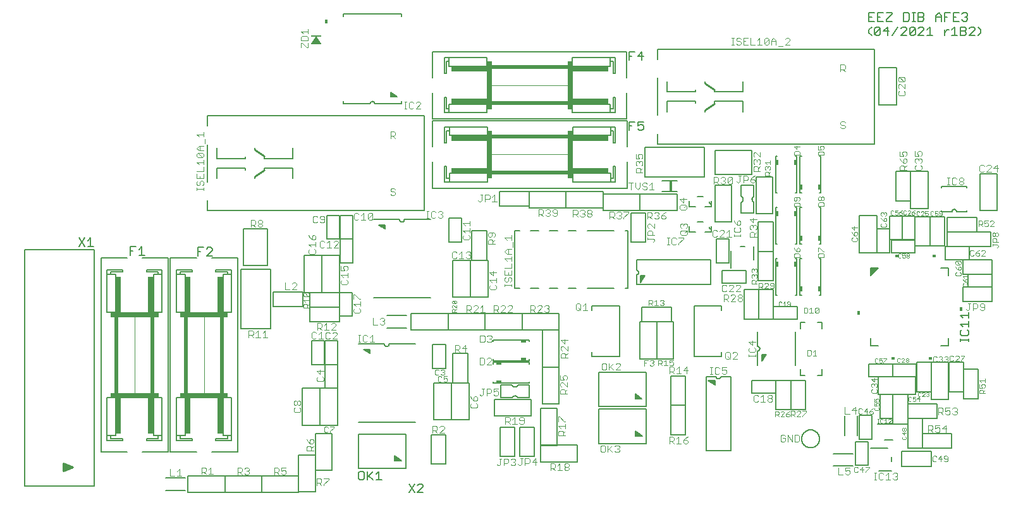
<source format=gto>
G75*
%MOIN*%
%OFA0B0*%
%FSLAX25Y25*%
%IPPOS*%
%LPD*%
%AMOC8*
5,1,8,0,0,1.08239X$1,22.5*
%
%ADD10C,0.00500*%
%ADD11C,0.00600*%
%ADD12C,0.01000*%
%ADD13C,0.00400*%
%ADD14C,0.00100*%
%ADD15R,0.05512X0.00787*%
%ADD16C,0.00300*%
%ADD17C,0.00200*%
%ADD18R,0.04500X0.02500*%
%ADD19R,0.16000X0.02500*%
%ADD20R,0.02000X0.40000*%
%ADD21R,0.03000X0.19000*%
%ADD22C,0.00800*%
%ADD23R,0.03000X0.01512*%
%ADD24R,0.02500X0.04500*%
%ADD25R,0.02500X0.16000*%
%ADD26R,0.40000X0.02000*%
%ADD27R,0.19000X0.03000*%
%ADD28R,0.01512X0.03000*%
%ADD29R,0.01756X0.05512*%
D10*
X0001300Y0035173D02*
X0037914Y0035173D01*
X0037914Y0159858D01*
X0037340Y0161584D02*
X0034337Y0161584D01*
X0035839Y0161584D02*
X0035839Y0166088D01*
X0034337Y0164586D01*
X0032736Y0166088D02*
X0029733Y0161584D01*
X0032736Y0161584D02*
X0029733Y0166088D01*
X0056799Y0161285D02*
X0056799Y0156781D01*
X0056799Y0159033D02*
X0058300Y0159033D01*
X0056799Y0161285D02*
X0059801Y0161285D01*
X0061403Y0159784D02*
X0062904Y0161285D01*
X0062904Y0156781D01*
X0061403Y0156781D02*
X0064405Y0156781D01*
X0092449Y0156481D02*
X0092449Y0160985D01*
X0095451Y0160985D01*
X0097053Y0160234D02*
X0097803Y0160985D01*
X0099305Y0160985D01*
X0100055Y0160234D01*
X0100055Y0159484D01*
X0097053Y0156481D01*
X0100055Y0156481D01*
X0093950Y0158733D02*
X0092449Y0158733D01*
X0115142Y0149423D02*
X0130756Y0149423D01*
X0130756Y0118139D01*
X0115142Y0118139D01*
X0115142Y0149423D01*
X0116610Y0151395D02*
X0129287Y0151395D01*
X0129287Y0170867D01*
X0116610Y0170867D01*
X0116610Y0151395D01*
X0132281Y0137551D02*
X0132281Y0129811D01*
X0147817Y0129811D01*
X0147817Y0137551D01*
X0132281Y0137551D01*
X0148579Y0137245D02*
X0157819Y0137245D01*
X0157819Y0156717D01*
X0148579Y0156717D01*
X0148579Y0137245D01*
X0151531Y0137251D02*
X0167067Y0137251D01*
X0167067Y0129511D01*
X0151531Y0129511D01*
X0151531Y0137251D01*
X0157829Y0137245D02*
X0167069Y0137245D01*
X0167069Y0156717D01*
X0157829Y0156717D01*
X0157829Y0137245D01*
X0167079Y0137230D02*
X0173819Y0137230D01*
X0173819Y0124632D01*
X0167079Y0124632D01*
X0167079Y0137230D01*
X0167067Y0129501D02*
X0151531Y0129501D01*
X0151531Y0121761D01*
X0167067Y0121761D01*
X0167067Y0129501D01*
X0192156Y0124974D02*
X0202542Y0124974D01*
X0204963Y0126051D02*
X0224435Y0126051D01*
X0224435Y0117311D01*
X0204963Y0117311D01*
X0204963Y0126051D01*
X0202542Y0118388D02*
X0192156Y0118388D01*
X0166069Y0111830D02*
X0159329Y0111830D01*
X0159329Y0099232D01*
X0166069Y0099232D01*
X0166069Y0111830D01*
X0159319Y0111830D02*
X0152579Y0111830D01*
X0152579Y0099232D01*
X0159319Y0099232D01*
X0159319Y0111830D01*
X0159329Y0099230D02*
X0166069Y0099230D01*
X0166069Y0086632D01*
X0159329Y0086632D01*
X0159329Y0099230D01*
X0156829Y0086617D02*
X0166069Y0086617D01*
X0166069Y0067145D01*
X0156829Y0067145D01*
X0156829Y0086617D01*
X0156819Y0086617D02*
X0147579Y0086617D01*
X0147579Y0067145D01*
X0156819Y0067145D01*
X0156819Y0086617D01*
X0154429Y0062767D02*
X0163169Y0062767D01*
X0163169Y0043295D01*
X0154429Y0043295D01*
X0154429Y0062767D01*
X0154369Y0051417D02*
X0145629Y0051417D01*
X0145629Y0031945D01*
X0154369Y0031945D01*
X0154369Y0051417D01*
X0145635Y0040451D02*
X0145635Y0031711D01*
X0126163Y0031711D01*
X0126163Y0040451D01*
X0145635Y0040451D01*
X0126135Y0040451D02*
X0126135Y0031711D01*
X0106663Y0031711D01*
X0106663Y0040451D01*
X0126135Y0040451D01*
X0106685Y0040451D02*
X0106685Y0031711D01*
X0087213Y0031711D01*
X0087213Y0040451D01*
X0106685Y0040451D01*
X0085792Y0039374D02*
X0075406Y0039374D01*
X0075406Y0032788D02*
X0085792Y0032788D01*
X0177149Y0039032D02*
X0177899Y0038281D01*
X0179401Y0038281D01*
X0180151Y0039032D01*
X0180151Y0042034D01*
X0179401Y0042785D01*
X0177899Y0042785D01*
X0177149Y0042034D01*
X0177149Y0039032D01*
X0181753Y0039782D02*
X0184755Y0042785D01*
X0186357Y0041284D02*
X0187858Y0042785D01*
X0187858Y0038281D01*
X0186357Y0038281D02*
X0189359Y0038281D01*
X0184755Y0038281D02*
X0182503Y0040533D01*
X0181753Y0042785D02*
X0181753Y0038281D01*
X0203663Y0036181D02*
X0206665Y0031678D01*
X0208267Y0031678D02*
X0211269Y0034680D01*
X0211269Y0035431D01*
X0210518Y0036181D01*
X0209017Y0036181D01*
X0208267Y0035431D01*
X0206665Y0036181D02*
X0203663Y0031678D01*
X0208267Y0031678D02*
X0211269Y0031678D01*
X0215329Y0046613D02*
X0223069Y0046613D01*
X0223069Y0062149D01*
X0215329Y0062149D01*
X0215329Y0046613D01*
X0251729Y0050613D02*
X0251729Y0066149D01*
X0259469Y0066149D01*
X0259469Y0050613D01*
X0251729Y0050613D01*
X0262229Y0050713D02*
X0269969Y0050713D01*
X0269969Y0066249D01*
X0262229Y0066249D01*
X0262229Y0050713D01*
X0273063Y0047861D02*
X0273063Y0056601D01*
X0292535Y0056601D01*
X0292535Y0047861D01*
X0273063Y0047861D01*
X0273029Y0056495D02*
X0281769Y0056495D01*
X0281769Y0075967D01*
X0273029Y0075967D01*
X0273029Y0056495D01*
X0268235Y0072011D02*
X0248763Y0072011D01*
X0248763Y0080751D01*
X0268235Y0080751D01*
X0268235Y0072011D01*
X0274079Y0078295D02*
X0282819Y0078295D01*
X0282819Y0097767D01*
X0274079Y0097767D01*
X0274079Y0078295D01*
X0274079Y0097845D02*
X0282819Y0097845D01*
X0282819Y0117317D01*
X0274079Y0117317D01*
X0274079Y0097845D01*
X0282835Y0117311D02*
X0263363Y0117311D01*
X0263363Y0126051D01*
X0282835Y0126051D01*
X0282835Y0117311D01*
X0263335Y0117311D02*
X0263335Y0126051D01*
X0243863Y0126051D01*
X0243863Y0117311D01*
X0263335Y0117311D01*
X0243885Y0117311D02*
X0243885Y0126051D01*
X0224413Y0126051D01*
X0224413Y0117311D01*
X0243885Y0117311D01*
X0223019Y0109830D02*
X0216279Y0109830D01*
X0216279Y0097232D01*
X0223019Y0097232D01*
X0223019Y0109830D01*
X0226929Y0104999D02*
X0234669Y0104999D01*
X0234669Y0089463D01*
X0226929Y0089463D01*
X0226929Y0104999D01*
X0226179Y0089417D02*
X0235419Y0089417D01*
X0235419Y0069945D01*
X0226179Y0069945D01*
X0226179Y0089417D01*
X0226169Y0089417D02*
X0216929Y0089417D01*
X0216929Y0069945D01*
X0226169Y0069945D01*
X0226169Y0089417D01*
X0226929Y0134595D02*
X0236169Y0134595D01*
X0236169Y0154067D01*
X0226929Y0154067D01*
X0226929Y0134595D01*
X0236179Y0134595D02*
X0245419Y0134595D01*
X0245419Y0154067D01*
X0236179Y0154067D01*
X0236179Y0134595D01*
X0236979Y0154063D02*
X0236979Y0169599D01*
X0244719Y0169599D01*
X0244719Y0154063D01*
X0236979Y0154063D01*
X0231619Y0163832D02*
X0224879Y0163832D01*
X0224879Y0176430D01*
X0231619Y0176430D01*
X0231619Y0163832D01*
X0251581Y0182761D02*
X0251581Y0190501D01*
X0267117Y0190501D01*
X0267117Y0182761D01*
X0251581Y0182761D01*
X0267113Y0181761D02*
X0267113Y0190501D01*
X0286585Y0190501D01*
X0286585Y0181761D01*
X0267113Y0181761D01*
X0286613Y0181761D02*
X0286613Y0190501D01*
X0306085Y0190501D01*
X0306085Y0181761D01*
X0286613Y0181761D01*
X0306113Y0180361D02*
X0306113Y0189101D01*
X0325585Y0189101D01*
X0325585Y0180361D01*
X0306113Y0180361D01*
X0320879Y0179199D02*
X0328619Y0179199D01*
X0328619Y0163663D01*
X0320879Y0163663D01*
X0320879Y0179199D01*
X0325563Y0180361D02*
X0325563Y0189101D01*
X0345035Y0189101D01*
X0345035Y0180361D01*
X0325563Y0180361D01*
X0328107Y0197974D02*
X0328107Y0213588D01*
X0359391Y0213588D01*
X0359391Y0197974D01*
X0328107Y0197974D01*
X0365163Y0199393D02*
X0365163Y0212070D01*
X0384635Y0212070D01*
X0384635Y0199393D01*
X0365163Y0199393D01*
X0365129Y0193767D02*
X0373869Y0193767D01*
X0373869Y0174295D01*
X0365129Y0174295D01*
X0365129Y0193767D01*
X0386679Y0198117D02*
X0395419Y0198117D01*
X0395419Y0178645D01*
X0386679Y0178645D01*
X0386679Y0198117D01*
X0387979Y0174399D02*
X0395719Y0174399D01*
X0395719Y0158863D01*
X0387979Y0158863D01*
X0387979Y0174399D01*
X0372519Y0165380D02*
X0372519Y0152782D01*
X0365779Y0152782D01*
X0365779Y0165380D01*
X0372519Y0165380D01*
X0387929Y0158799D02*
X0395669Y0158799D01*
X0395669Y0143263D01*
X0387929Y0143263D01*
X0387929Y0158799D01*
X0381398Y0148751D02*
X0368800Y0148751D01*
X0368800Y0142011D01*
X0381398Y0142011D01*
X0381398Y0148751D01*
X0380329Y0138649D02*
X0388069Y0138649D01*
X0388069Y0123113D01*
X0380329Y0123113D01*
X0380329Y0138649D01*
X0388079Y0138649D02*
X0395819Y0138649D01*
X0395819Y0123113D01*
X0388079Y0123113D01*
X0388079Y0138649D01*
X0395850Y0129851D02*
X0408448Y0129851D01*
X0408448Y0123111D01*
X0395850Y0123111D01*
X0395850Y0129851D01*
X0343269Y0121717D02*
X0343269Y0102245D01*
X0334529Y0102245D01*
X0334529Y0121717D01*
X0343269Y0121717D01*
X0342167Y0121811D02*
X0326631Y0121811D01*
X0326631Y0129551D01*
X0342167Y0129551D01*
X0342167Y0121811D01*
X0334569Y0121717D02*
X0325329Y0121717D01*
X0325329Y0102245D01*
X0334569Y0102245D01*
X0334569Y0121717D01*
X0341679Y0093199D02*
X0349419Y0093199D01*
X0349419Y0077663D01*
X0341679Y0077663D01*
X0341679Y0093199D01*
X0341679Y0077649D02*
X0349419Y0077649D01*
X0349419Y0062113D01*
X0341679Y0062113D01*
X0341679Y0077649D01*
X0384650Y0084011D02*
X0384650Y0090751D01*
X0397248Y0090751D01*
X0397248Y0084011D01*
X0384650Y0084011D01*
X0397279Y0090799D02*
X0397279Y0075263D01*
X0405019Y0075263D01*
X0405019Y0090799D01*
X0397279Y0090799D01*
X0405029Y0090799D02*
X0412769Y0090799D01*
X0412769Y0075263D01*
X0405029Y0075263D01*
X0405029Y0090799D01*
X0433556Y0072224D02*
X0433556Y0061838D01*
X0439029Y0058530D02*
X0445769Y0058530D01*
X0445769Y0045932D01*
X0439029Y0045932D01*
X0439029Y0058530D01*
X0441079Y0059782D02*
X0441079Y0072380D01*
X0447819Y0072380D01*
X0447819Y0059782D01*
X0441079Y0059782D01*
X0440142Y0061838D02*
X0440142Y0072224D01*
X0452179Y0070882D02*
X0452179Y0083480D01*
X0458919Y0083480D01*
X0458919Y0070882D01*
X0452179Y0070882D01*
X0458929Y0067813D02*
X0466669Y0067813D01*
X0466669Y0083349D01*
X0458929Y0083349D01*
X0458929Y0067813D01*
X0466679Y0070649D02*
X0474419Y0070649D01*
X0474419Y0055113D01*
X0466679Y0055113D01*
X0466679Y0070649D01*
X0466681Y0070661D02*
X0466681Y0078401D01*
X0482217Y0078401D01*
X0482217Y0070661D01*
X0466681Y0070661D01*
X0474431Y0062851D02*
X0489967Y0062851D01*
X0489967Y0055111D01*
X0474431Y0055111D01*
X0474431Y0062851D01*
X0479167Y0053301D02*
X0463631Y0053301D01*
X0463631Y0045561D01*
X0479167Y0045561D01*
X0479167Y0053301D01*
X0437842Y0052174D02*
X0427456Y0052174D01*
X0427456Y0045588D02*
X0437842Y0045588D01*
X0410775Y0060031D02*
X0410777Y0060168D01*
X0410783Y0060306D01*
X0410793Y0060443D01*
X0410807Y0060579D01*
X0410825Y0060716D01*
X0410847Y0060851D01*
X0410873Y0060986D01*
X0410902Y0061120D01*
X0410936Y0061254D01*
X0410973Y0061386D01*
X0411015Y0061517D01*
X0411060Y0061647D01*
X0411109Y0061775D01*
X0411161Y0061902D01*
X0411218Y0062027D01*
X0411277Y0062151D01*
X0411341Y0062273D01*
X0411408Y0062393D01*
X0411478Y0062511D01*
X0411552Y0062627D01*
X0411629Y0062741D01*
X0411710Y0062852D01*
X0411793Y0062961D01*
X0411880Y0063068D01*
X0411970Y0063171D01*
X0412063Y0063273D01*
X0412159Y0063371D01*
X0412257Y0063467D01*
X0412359Y0063560D01*
X0412462Y0063650D01*
X0412569Y0063737D01*
X0412678Y0063820D01*
X0412789Y0063901D01*
X0412903Y0063978D01*
X0413019Y0064052D01*
X0413137Y0064122D01*
X0413257Y0064189D01*
X0413379Y0064253D01*
X0413503Y0064312D01*
X0413628Y0064369D01*
X0413755Y0064421D01*
X0413883Y0064470D01*
X0414013Y0064515D01*
X0414144Y0064557D01*
X0414276Y0064594D01*
X0414410Y0064628D01*
X0414544Y0064657D01*
X0414679Y0064683D01*
X0414814Y0064705D01*
X0414951Y0064723D01*
X0415087Y0064737D01*
X0415224Y0064747D01*
X0415362Y0064753D01*
X0415499Y0064755D01*
X0415636Y0064753D01*
X0415774Y0064747D01*
X0415911Y0064737D01*
X0416047Y0064723D01*
X0416184Y0064705D01*
X0416319Y0064683D01*
X0416454Y0064657D01*
X0416588Y0064628D01*
X0416722Y0064594D01*
X0416854Y0064557D01*
X0416985Y0064515D01*
X0417115Y0064470D01*
X0417243Y0064421D01*
X0417370Y0064369D01*
X0417495Y0064312D01*
X0417619Y0064253D01*
X0417741Y0064189D01*
X0417861Y0064122D01*
X0417979Y0064052D01*
X0418095Y0063978D01*
X0418209Y0063901D01*
X0418320Y0063820D01*
X0418429Y0063737D01*
X0418536Y0063650D01*
X0418639Y0063560D01*
X0418741Y0063467D01*
X0418839Y0063371D01*
X0418935Y0063273D01*
X0419028Y0063171D01*
X0419118Y0063068D01*
X0419205Y0062961D01*
X0419288Y0062852D01*
X0419369Y0062741D01*
X0419446Y0062627D01*
X0419520Y0062511D01*
X0419590Y0062393D01*
X0419657Y0062273D01*
X0419721Y0062151D01*
X0419780Y0062027D01*
X0419837Y0061902D01*
X0419889Y0061775D01*
X0419938Y0061647D01*
X0419983Y0061517D01*
X0420025Y0061386D01*
X0420062Y0061254D01*
X0420096Y0061120D01*
X0420125Y0060986D01*
X0420151Y0060851D01*
X0420173Y0060716D01*
X0420191Y0060579D01*
X0420205Y0060443D01*
X0420215Y0060306D01*
X0420221Y0060168D01*
X0420223Y0060031D01*
X0420221Y0059894D01*
X0420215Y0059756D01*
X0420205Y0059619D01*
X0420191Y0059483D01*
X0420173Y0059346D01*
X0420151Y0059211D01*
X0420125Y0059076D01*
X0420096Y0058942D01*
X0420062Y0058808D01*
X0420025Y0058676D01*
X0419983Y0058545D01*
X0419938Y0058415D01*
X0419889Y0058287D01*
X0419837Y0058160D01*
X0419780Y0058035D01*
X0419721Y0057911D01*
X0419657Y0057789D01*
X0419590Y0057669D01*
X0419520Y0057551D01*
X0419446Y0057435D01*
X0419369Y0057321D01*
X0419288Y0057210D01*
X0419205Y0057101D01*
X0419118Y0056994D01*
X0419028Y0056891D01*
X0418935Y0056789D01*
X0418839Y0056691D01*
X0418741Y0056595D01*
X0418639Y0056502D01*
X0418536Y0056412D01*
X0418429Y0056325D01*
X0418320Y0056242D01*
X0418209Y0056161D01*
X0418095Y0056084D01*
X0417979Y0056010D01*
X0417861Y0055940D01*
X0417741Y0055873D01*
X0417619Y0055809D01*
X0417495Y0055750D01*
X0417370Y0055693D01*
X0417243Y0055641D01*
X0417115Y0055592D01*
X0416985Y0055547D01*
X0416854Y0055505D01*
X0416722Y0055468D01*
X0416588Y0055434D01*
X0416454Y0055405D01*
X0416319Y0055379D01*
X0416184Y0055357D01*
X0416047Y0055339D01*
X0415911Y0055325D01*
X0415774Y0055315D01*
X0415636Y0055309D01*
X0415499Y0055307D01*
X0415362Y0055309D01*
X0415224Y0055315D01*
X0415087Y0055325D01*
X0414951Y0055339D01*
X0414814Y0055357D01*
X0414679Y0055379D01*
X0414544Y0055405D01*
X0414410Y0055434D01*
X0414276Y0055468D01*
X0414144Y0055505D01*
X0414013Y0055547D01*
X0413883Y0055592D01*
X0413755Y0055641D01*
X0413628Y0055693D01*
X0413503Y0055750D01*
X0413379Y0055809D01*
X0413257Y0055873D01*
X0413137Y0055940D01*
X0413019Y0056010D01*
X0412903Y0056084D01*
X0412789Y0056161D01*
X0412678Y0056242D01*
X0412569Y0056325D01*
X0412462Y0056412D01*
X0412359Y0056502D01*
X0412257Y0056595D01*
X0412159Y0056691D01*
X0412063Y0056789D01*
X0411970Y0056891D01*
X0411880Y0056994D01*
X0411793Y0057101D01*
X0411710Y0057210D01*
X0411629Y0057321D01*
X0411552Y0057435D01*
X0411478Y0057551D01*
X0411408Y0057669D01*
X0411341Y0057789D01*
X0411277Y0057911D01*
X0411218Y0058035D01*
X0411161Y0058160D01*
X0411109Y0058287D01*
X0411060Y0058415D01*
X0411015Y0058545D01*
X0410973Y0058676D01*
X0410936Y0058808D01*
X0410902Y0058942D01*
X0410873Y0059076D01*
X0410847Y0059211D01*
X0410825Y0059346D01*
X0410807Y0059483D01*
X0410793Y0059619D01*
X0410783Y0059756D01*
X0410777Y0059894D01*
X0410775Y0060031D01*
X0451263Y0083511D02*
X0451263Y0092751D01*
X0470735Y0092751D01*
X0470735Y0083511D01*
X0451263Y0083511D01*
X0446100Y0092761D02*
X0446100Y0099501D01*
X0458698Y0099501D01*
X0458698Y0092761D01*
X0446100Y0092761D01*
X0458700Y0092761D02*
X0458700Y0099501D01*
X0471298Y0099501D01*
X0471298Y0092761D01*
X0458700Y0092761D01*
X0471329Y0100399D02*
X0479069Y0100399D01*
X0479069Y0084863D01*
X0471329Y0084863D01*
X0471329Y0100399D01*
X0479079Y0100367D02*
X0488319Y0100367D01*
X0488319Y0080895D01*
X0479079Y0080895D01*
X0479079Y0100367D01*
X0488329Y0100399D02*
X0496069Y0100399D01*
X0496069Y0084863D01*
X0488329Y0084863D01*
X0488329Y0100399D01*
X0496079Y0096649D02*
X0503819Y0096649D01*
X0503819Y0081113D01*
X0496079Y0081113D01*
X0496079Y0096649D01*
X0494395Y0111331D02*
X0494395Y0112832D01*
X0494395Y0112082D02*
X0498899Y0112082D01*
X0498899Y0112832D02*
X0498899Y0111331D01*
X0498148Y0114400D02*
X0495146Y0114400D01*
X0494395Y0115151D01*
X0494395Y0116652D01*
X0495146Y0117403D01*
X0495896Y0119004D02*
X0494395Y0120506D01*
X0498899Y0120506D01*
X0498899Y0122007D02*
X0498899Y0119004D01*
X0498148Y0117403D02*
X0498899Y0116652D01*
X0498899Y0115151D01*
X0498148Y0114400D01*
X0498899Y0123608D02*
X0498899Y0126611D01*
X0498899Y0125110D02*
X0494395Y0125110D01*
X0495896Y0123608D01*
X0495681Y0132261D02*
X0495681Y0140001D01*
X0511217Y0140001D01*
X0511217Y0132261D01*
X0495681Y0132261D01*
X0498600Y0140061D02*
X0498600Y0146801D01*
X0511198Y0146801D01*
X0511198Y0140061D01*
X0498600Y0140061D01*
X0495681Y0146811D02*
X0495681Y0154551D01*
X0511217Y0154551D01*
X0511217Y0146811D01*
X0495681Y0146811D01*
X0499048Y0154561D02*
X0486450Y0154561D01*
X0486450Y0161301D01*
X0499048Y0161301D01*
X0499048Y0154561D01*
X0487641Y0161311D02*
X0487641Y0169051D01*
X0510657Y0169051D01*
X0510657Y0161311D01*
X0487641Y0161311D01*
X0486069Y0161613D02*
X0478329Y0161613D01*
X0478329Y0177149D01*
X0486069Y0177149D01*
X0486069Y0161613D01*
X0478369Y0161613D02*
X0470629Y0161613D01*
X0470629Y0177149D01*
X0478369Y0177149D01*
X0478369Y0161613D01*
X0470648Y0164901D02*
X0470648Y0158161D01*
X0458050Y0158161D01*
X0458050Y0164901D01*
X0470648Y0164901D01*
X0470619Y0164932D02*
X0463879Y0164932D01*
X0463879Y0177530D01*
X0470619Y0177530D01*
X0470619Y0164932D01*
X0463919Y0164932D02*
X0457179Y0164932D01*
X0457179Y0177530D01*
X0463919Y0177530D01*
X0463919Y0164932D01*
X0457219Y0170830D02*
X0450479Y0170830D01*
X0450479Y0158232D01*
X0457219Y0158232D01*
X0457219Y0170830D01*
X0450469Y0177717D02*
X0441229Y0177717D01*
X0441229Y0158245D01*
X0450469Y0158245D01*
X0450469Y0177717D01*
X0460379Y0185513D02*
X0460379Y0201049D01*
X0468119Y0201049D01*
X0468119Y0185513D01*
X0460379Y0185513D01*
X0468129Y0181545D02*
X0477369Y0181545D01*
X0477369Y0201017D01*
X0468129Y0201017D01*
X0468129Y0181545D01*
X0487631Y0176851D02*
X0487631Y0169111D01*
X0503167Y0169111D01*
X0503167Y0176851D01*
X0487631Y0176851D01*
X0504729Y0180345D02*
X0513969Y0180345D01*
X0513969Y0199817D01*
X0504729Y0199817D01*
X0504729Y0180345D01*
X0460869Y0236245D02*
X0451629Y0236245D01*
X0451629Y0255717D01*
X0460869Y0255717D01*
X0460869Y0236245D01*
X0463080Y0272731D02*
X0466082Y0275734D01*
X0466082Y0276484D01*
X0465332Y0277235D01*
X0463831Y0277235D01*
X0463080Y0276484D01*
X0461479Y0277235D02*
X0458476Y0272731D01*
X0456124Y0272731D02*
X0456124Y0277235D01*
X0453872Y0274983D01*
X0456875Y0274983D01*
X0452271Y0273482D02*
X0451520Y0272731D01*
X0450019Y0272731D01*
X0449268Y0273482D01*
X0452271Y0276484D01*
X0452271Y0273482D01*
X0452271Y0276484D02*
X0451520Y0277235D01*
X0450019Y0277235D01*
X0449268Y0276484D01*
X0449268Y0273482D01*
X0447700Y0272731D02*
X0446199Y0274232D01*
X0446199Y0275734D01*
X0447700Y0277235D01*
X0446199Y0280231D02*
X0449201Y0280231D01*
X0450803Y0280231D02*
X0453805Y0280231D01*
X0455407Y0280231D02*
X0458409Y0280231D01*
X0455407Y0280231D02*
X0455407Y0280982D01*
X0458409Y0283984D01*
X0458409Y0284735D01*
X0455407Y0284735D01*
X0453805Y0284735D02*
X0450803Y0284735D01*
X0450803Y0280231D01*
X0450803Y0282483D02*
X0452304Y0282483D01*
X0449201Y0284735D02*
X0446199Y0284735D01*
X0446199Y0280231D01*
X0446199Y0282483D02*
X0447700Y0282483D01*
X0464615Y0280231D02*
X0466866Y0280231D01*
X0467617Y0280982D01*
X0467617Y0283984D01*
X0466866Y0284735D01*
X0464615Y0284735D01*
X0464615Y0280231D01*
X0469218Y0280231D02*
X0470720Y0280231D01*
X0469969Y0280231D02*
X0469969Y0284735D01*
X0469218Y0284735D02*
X0470720Y0284735D01*
X0472288Y0284735D02*
X0474540Y0284735D01*
X0475290Y0283984D01*
X0475290Y0283234D01*
X0474540Y0282483D01*
X0472288Y0282483D01*
X0474540Y0282483D02*
X0475290Y0281732D01*
X0475290Y0280982D01*
X0474540Y0280231D01*
X0472288Y0280231D01*
X0472288Y0284735D01*
X0473038Y0277235D02*
X0472288Y0276484D01*
X0473038Y0277235D02*
X0474540Y0277235D01*
X0475290Y0276484D01*
X0475290Y0275734D01*
X0472288Y0272731D01*
X0475290Y0272731D01*
X0476892Y0272731D02*
X0479894Y0272731D01*
X0478393Y0272731D02*
X0478393Y0277235D01*
X0476892Y0275734D01*
X0470686Y0276484D02*
X0470686Y0273482D01*
X0469936Y0272731D01*
X0468434Y0272731D01*
X0467684Y0273482D01*
X0470686Y0276484D01*
X0469936Y0277235D01*
X0468434Y0277235D01*
X0467684Y0276484D01*
X0467684Y0273482D01*
X0466082Y0272731D02*
X0463080Y0272731D01*
X0481496Y0280231D02*
X0481496Y0283234D01*
X0482997Y0284735D01*
X0484498Y0283234D01*
X0484498Y0280231D01*
X0486099Y0280231D02*
X0486099Y0284735D01*
X0489102Y0284735D01*
X0490703Y0284735D02*
X0490703Y0280231D01*
X0493706Y0280231D01*
X0495307Y0280982D02*
X0496058Y0280231D01*
X0497559Y0280231D01*
X0498310Y0280982D01*
X0498310Y0281732D01*
X0497559Y0282483D01*
X0496809Y0282483D01*
X0497559Y0282483D02*
X0498310Y0283234D01*
X0498310Y0283984D01*
X0497559Y0284735D01*
X0496058Y0284735D01*
X0495307Y0283984D01*
X0493706Y0284735D02*
X0490703Y0284735D01*
X0490703Y0282483D02*
X0492205Y0282483D01*
X0487601Y0282483D02*
X0486099Y0282483D01*
X0484498Y0282483D02*
X0481496Y0282483D01*
X0489936Y0275734D02*
X0491437Y0277235D01*
X0491437Y0272731D01*
X0489936Y0272731D02*
X0492939Y0272731D01*
X0494540Y0272731D02*
X0496792Y0272731D01*
X0497543Y0273482D01*
X0497543Y0274232D01*
X0496792Y0274983D01*
X0494540Y0274983D01*
X0494540Y0272731D02*
X0494540Y0277235D01*
X0496792Y0277235D01*
X0497543Y0276484D01*
X0497543Y0275734D01*
X0496792Y0274983D01*
X0499144Y0276484D02*
X0499895Y0277235D01*
X0501396Y0277235D01*
X0502147Y0276484D01*
X0502147Y0275734D01*
X0499144Y0272731D01*
X0502147Y0272731D01*
X0503748Y0272731D02*
X0505249Y0274232D01*
X0505249Y0275734D01*
X0503748Y0277235D01*
X0488351Y0275734D02*
X0487601Y0275734D01*
X0486099Y0274232D01*
X0486099Y0272731D02*
X0486099Y0275734D01*
X0327405Y0261883D02*
X0324403Y0261883D01*
X0326655Y0264135D01*
X0326655Y0259631D01*
X0321300Y0261883D02*
X0319799Y0261883D01*
X0319799Y0259631D02*
X0319799Y0264135D01*
X0322801Y0264135D01*
X0322751Y0227185D02*
X0319749Y0227185D01*
X0319749Y0222681D01*
X0319749Y0224933D02*
X0321250Y0224933D01*
X0324353Y0224933D02*
X0325854Y0225684D01*
X0326605Y0225684D01*
X0327355Y0224933D01*
X0327355Y0223432D01*
X0326605Y0222681D01*
X0325103Y0222681D01*
X0324353Y0223432D01*
X0324353Y0224933D02*
X0324353Y0227185D01*
X0327355Y0227185D01*
X0174069Y0177880D02*
X0174069Y0165282D01*
X0167329Y0165282D01*
X0167329Y0177880D01*
X0174069Y0177880D01*
X0167319Y0177880D02*
X0160579Y0177880D01*
X0160579Y0165282D01*
X0167319Y0165282D01*
X0167319Y0177880D01*
X0167329Y0165280D02*
X0174069Y0165280D01*
X0174069Y0152682D01*
X0167329Y0152682D01*
X0167329Y0165280D01*
D11*
X0187849Y0172781D02*
X0191099Y0170781D01*
X0191099Y0172781D01*
X0187849Y0172781D01*
X0188284Y0172513D02*
X0191099Y0172513D01*
X0191099Y0171915D02*
X0189256Y0171915D01*
X0190229Y0171316D02*
X0191099Y0171316D01*
X0185099Y0175631D02*
X0198899Y0175631D01*
X0198901Y0175562D01*
X0198907Y0175494D01*
X0198917Y0175426D01*
X0198930Y0175359D01*
X0198948Y0175293D01*
X0198969Y0175228D01*
X0198994Y0175164D01*
X0199022Y0175102D01*
X0199054Y0175041D01*
X0199089Y0174982D01*
X0199128Y0174926D01*
X0199170Y0174871D01*
X0199215Y0174820D01*
X0199263Y0174770D01*
X0199313Y0174724D01*
X0199366Y0174681D01*
X0199422Y0174640D01*
X0199479Y0174603D01*
X0199539Y0174570D01*
X0199601Y0174539D01*
X0199664Y0174513D01*
X0199728Y0174490D01*
X0199794Y0174470D01*
X0199861Y0174455D01*
X0199928Y0174443D01*
X0199996Y0174435D01*
X0200065Y0174431D01*
X0200133Y0174431D01*
X0200202Y0174435D01*
X0200270Y0174443D01*
X0200337Y0174455D01*
X0200404Y0174470D01*
X0200470Y0174490D01*
X0200534Y0174513D01*
X0200597Y0174539D01*
X0200659Y0174570D01*
X0200719Y0174603D01*
X0200776Y0174640D01*
X0200832Y0174681D01*
X0200885Y0174724D01*
X0200935Y0174770D01*
X0200983Y0174820D01*
X0201028Y0174871D01*
X0201070Y0174926D01*
X0201109Y0174982D01*
X0201144Y0175041D01*
X0201176Y0175102D01*
X0201204Y0175164D01*
X0201229Y0175228D01*
X0201250Y0175293D01*
X0201268Y0175359D01*
X0201281Y0175426D01*
X0201291Y0175494D01*
X0201297Y0175562D01*
X0201299Y0175631D01*
X0215099Y0175631D01*
X0216318Y0192215D02*
X0216318Y0205931D01*
X0222499Y0203681D02*
X0223499Y0203681D01*
X0223499Y0197431D01*
X0224999Y0197431D01*
X0224999Y0199931D01*
X0244999Y0199931D01*
X0244999Y0195431D01*
X0224999Y0195431D01*
X0222499Y0195431D01*
X0222499Y0203681D01*
X0224999Y0197431D02*
X0224999Y0195431D01*
X0216318Y0192215D02*
X0318680Y0192215D01*
X0318680Y0205931D01*
X0312499Y0203681D02*
X0311499Y0203681D01*
X0311499Y0197431D01*
X0309999Y0197431D01*
X0309999Y0195431D02*
X0312499Y0195431D01*
X0312499Y0203681D01*
X0309999Y0199931D02*
X0289999Y0199931D01*
X0289999Y0195431D01*
X0309999Y0195431D01*
X0309999Y0199931D01*
X0337162Y0196184D02*
X0345036Y0196184D01*
X0345036Y0190278D02*
X0337162Y0190278D01*
X0351399Y0185481D02*
X0351399Y0182281D01*
X0354899Y0182281D01*
X0359699Y0182281D02*
X0363199Y0182281D01*
X0363199Y0183881D01*
X0363199Y0185481D01*
X0361998Y0185181D02*
X0361994Y0185113D01*
X0361995Y0185044D01*
X0361999Y0184976D01*
X0362007Y0184908D01*
X0362018Y0184840D01*
X0362034Y0184773D01*
X0362054Y0184707D01*
X0362077Y0184643D01*
X0362104Y0184580D01*
X0362134Y0184518D01*
X0362168Y0184459D01*
X0362205Y0184401D01*
X0362246Y0184346D01*
X0362289Y0184293D01*
X0362336Y0184242D01*
X0362385Y0184195D01*
X0362437Y0184150D01*
X0362492Y0184108D01*
X0362548Y0184069D01*
X0362607Y0184034D01*
X0362668Y0184002D01*
X0362730Y0183974D01*
X0362795Y0183949D01*
X0362860Y0183928D01*
X0362926Y0183911D01*
X0362994Y0183898D01*
X0363061Y0183888D01*
X0363130Y0183883D01*
X0363198Y0183881D01*
X0358899Y0187881D02*
X0355699Y0187881D01*
X0355699Y0174581D02*
X0358899Y0174581D01*
X0363199Y0172181D02*
X0363199Y0170581D01*
X0363199Y0168981D01*
X0359699Y0168981D01*
X0361998Y0171881D02*
X0361994Y0171813D01*
X0361995Y0171744D01*
X0361999Y0171676D01*
X0362007Y0171608D01*
X0362018Y0171540D01*
X0362034Y0171473D01*
X0362054Y0171407D01*
X0362077Y0171343D01*
X0362104Y0171280D01*
X0362134Y0171218D01*
X0362168Y0171159D01*
X0362205Y0171101D01*
X0362246Y0171046D01*
X0362289Y0170993D01*
X0362336Y0170942D01*
X0362385Y0170895D01*
X0362437Y0170850D01*
X0362492Y0170808D01*
X0362548Y0170769D01*
X0362607Y0170734D01*
X0362668Y0170702D01*
X0362730Y0170674D01*
X0362795Y0170649D01*
X0362860Y0170628D01*
X0362926Y0170611D01*
X0362994Y0170598D01*
X0363061Y0170588D01*
X0363130Y0170583D01*
X0363198Y0170581D01*
X0354899Y0168981D02*
X0351399Y0168981D01*
X0351399Y0172181D01*
X0373649Y0159131D02*
X0373649Y0150231D01*
X0362699Y0154281D02*
X0323699Y0154281D01*
X0323699Y0149031D01*
X0323768Y0149029D01*
X0323836Y0149023D01*
X0323904Y0149013D01*
X0323971Y0149000D01*
X0324037Y0148982D01*
X0324102Y0148961D01*
X0324166Y0148936D01*
X0324228Y0148908D01*
X0324289Y0148876D01*
X0324348Y0148841D01*
X0324404Y0148802D01*
X0324459Y0148760D01*
X0324510Y0148715D01*
X0324560Y0148667D01*
X0324606Y0148617D01*
X0324649Y0148564D01*
X0324690Y0148508D01*
X0324727Y0148451D01*
X0324760Y0148391D01*
X0324791Y0148329D01*
X0324817Y0148266D01*
X0324840Y0148202D01*
X0324860Y0148136D01*
X0324875Y0148069D01*
X0324887Y0148002D01*
X0324895Y0147934D01*
X0324899Y0147865D01*
X0324899Y0147797D01*
X0324895Y0147728D01*
X0324887Y0147660D01*
X0324875Y0147593D01*
X0324860Y0147526D01*
X0324840Y0147460D01*
X0324817Y0147396D01*
X0324791Y0147333D01*
X0324760Y0147271D01*
X0324727Y0147211D01*
X0324690Y0147154D01*
X0324649Y0147098D01*
X0324606Y0147045D01*
X0324560Y0146995D01*
X0324510Y0146947D01*
X0324459Y0146902D01*
X0324404Y0146860D01*
X0324348Y0146821D01*
X0324289Y0146786D01*
X0324228Y0146754D01*
X0324166Y0146726D01*
X0324102Y0146701D01*
X0324037Y0146680D01*
X0323971Y0146662D01*
X0323904Y0146649D01*
X0323836Y0146639D01*
X0323768Y0146633D01*
X0323699Y0146631D01*
X0323699Y0141381D01*
X0362699Y0141381D01*
X0362699Y0154281D01*
X0378349Y0161331D02*
X0380949Y0161331D01*
X0385649Y0161331D02*
X0385649Y0154531D01*
X0397137Y0155081D02*
X0397949Y0155081D01*
X0397137Y0155081D02*
X0397137Y0135881D01*
X0397949Y0135881D01*
X0407349Y0135881D02*
X0408161Y0135881D01*
X0408161Y0155081D01*
X0407349Y0155081D01*
X0409887Y0155081D02*
X0410699Y0155081D01*
X0409887Y0155081D02*
X0409887Y0135881D01*
X0410699Y0135881D01*
X0420099Y0135881D02*
X0420911Y0135881D01*
X0420911Y0155081D01*
X0420099Y0155081D01*
X0420099Y0162781D02*
X0420911Y0162781D01*
X0420911Y0181981D01*
X0420099Y0181981D01*
X0410699Y0181981D02*
X0409887Y0181981D01*
X0409887Y0162781D01*
X0410699Y0162781D01*
X0408161Y0162781D02*
X0407349Y0162781D01*
X0408161Y0162781D02*
X0408161Y0181981D01*
X0407349Y0181981D01*
X0397949Y0181981D02*
X0397137Y0181981D01*
X0397137Y0162781D01*
X0397949Y0162781D01*
X0447049Y0150131D02*
X0447049Y0146131D01*
X0451049Y0150131D01*
X0447049Y0150131D01*
X0447049Y0149770D02*
X0450688Y0149770D01*
X0450089Y0149171D02*
X0447049Y0149171D01*
X0447049Y0148573D02*
X0449491Y0148573D01*
X0448892Y0147974D02*
X0447049Y0147974D01*
X0447049Y0147376D02*
X0448294Y0147376D01*
X0447695Y0146777D02*
X0447049Y0146777D01*
X0447049Y0146179D02*
X0447097Y0146179D01*
X0484249Y0150131D02*
X0488249Y0150131D01*
X0488249Y0146131D01*
X0490049Y0179831D02*
X0484649Y0179831D01*
X0484649Y0180431D01*
X0490049Y0179831D02*
X0490051Y0179900D01*
X0490057Y0179968D01*
X0490067Y0180036D01*
X0490080Y0180103D01*
X0490098Y0180169D01*
X0490119Y0180234D01*
X0490144Y0180298D01*
X0490172Y0180360D01*
X0490204Y0180421D01*
X0490239Y0180480D01*
X0490278Y0180536D01*
X0490320Y0180591D01*
X0490365Y0180642D01*
X0490413Y0180692D01*
X0490463Y0180738D01*
X0490516Y0180781D01*
X0490572Y0180822D01*
X0490629Y0180859D01*
X0490689Y0180892D01*
X0490751Y0180923D01*
X0490814Y0180949D01*
X0490878Y0180972D01*
X0490944Y0180992D01*
X0491011Y0181007D01*
X0491078Y0181019D01*
X0491146Y0181027D01*
X0491215Y0181031D01*
X0491283Y0181031D01*
X0491352Y0181027D01*
X0491420Y0181019D01*
X0491487Y0181007D01*
X0491554Y0180992D01*
X0491620Y0180972D01*
X0491684Y0180949D01*
X0491747Y0180923D01*
X0491809Y0180892D01*
X0491869Y0180859D01*
X0491926Y0180822D01*
X0491982Y0180781D01*
X0492035Y0180738D01*
X0492085Y0180692D01*
X0492133Y0180642D01*
X0492178Y0180591D01*
X0492220Y0180536D01*
X0492259Y0180480D01*
X0492294Y0180421D01*
X0492326Y0180360D01*
X0492354Y0180298D01*
X0492379Y0180234D01*
X0492400Y0180169D01*
X0492418Y0180103D01*
X0492431Y0180036D01*
X0492441Y0179968D01*
X0492447Y0179900D01*
X0492449Y0179831D01*
X0497849Y0179831D01*
X0497849Y0180431D01*
X0497849Y0192431D02*
X0497849Y0193031D01*
X0484649Y0193031D01*
X0484649Y0192431D01*
X0420911Y0189731D02*
X0420099Y0189731D01*
X0420911Y0189731D02*
X0420911Y0208931D01*
X0420099Y0208931D01*
X0410699Y0208931D02*
X0409887Y0208931D01*
X0409887Y0189731D01*
X0410699Y0189731D01*
X0408161Y0189731D02*
X0407349Y0189731D01*
X0408161Y0189731D02*
X0408161Y0208931D01*
X0407349Y0208931D01*
X0397949Y0208931D02*
X0397137Y0208931D01*
X0397137Y0189731D01*
X0397949Y0189731D01*
X0379799Y0232481D02*
X0379799Y0237981D01*
X0364799Y0237981D01*
X0364799Y0236981D01*
X0359799Y0233481D02*
X0359799Y0232481D01*
X0354799Y0236981D02*
X0354799Y0237981D01*
X0339799Y0237981D01*
X0339799Y0232481D01*
X0339799Y0242981D02*
X0339799Y0248481D01*
X0339799Y0242981D02*
X0354799Y0242981D01*
X0354799Y0243981D01*
X0359799Y0247481D02*
X0359799Y0248481D01*
X0364799Y0243981D02*
X0364799Y0242981D01*
X0379799Y0242981D01*
X0379799Y0248481D01*
X0318630Y0250481D02*
X0318630Y0264198D01*
X0216268Y0264198D01*
X0216268Y0250481D01*
X0222449Y0252731D02*
X0223449Y0252731D01*
X0223449Y0258981D01*
X0224949Y0258981D01*
X0224949Y0260981D02*
X0224949Y0256481D01*
X0244949Y0256481D01*
X0244949Y0260981D01*
X0224949Y0260981D01*
X0222449Y0260981D01*
X0222449Y0252731D01*
X0216268Y0242481D02*
X0216268Y0228765D01*
X0318630Y0228765D01*
X0318630Y0242481D01*
X0312449Y0240231D02*
X0311449Y0240231D01*
X0311449Y0233981D01*
X0309949Y0233981D01*
X0309949Y0231981D02*
X0312449Y0231981D01*
X0312449Y0240231D01*
X0309949Y0236481D02*
X0289949Y0236481D01*
X0289949Y0231981D01*
X0309949Y0231981D01*
X0309949Y0236481D01*
X0318680Y0227648D02*
X0318680Y0213931D01*
X0312499Y0216181D02*
X0311499Y0216181D01*
X0311499Y0222431D01*
X0309999Y0222431D01*
X0309999Y0219931D01*
X0289999Y0219931D01*
X0289999Y0224431D01*
X0309999Y0224431D01*
X0312499Y0224431D01*
X0312499Y0216181D01*
X0309999Y0222431D02*
X0309999Y0224431D01*
X0318680Y0227648D02*
X0216318Y0227648D01*
X0216318Y0213931D01*
X0222499Y0216181D02*
X0223499Y0216181D01*
X0223499Y0222431D01*
X0224999Y0222431D01*
X0224999Y0224431D02*
X0222499Y0224431D01*
X0222499Y0216181D01*
X0224999Y0219931D02*
X0244999Y0219931D01*
X0244999Y0224431D01*
X0224999Y0224431D01*
X0224999Y0219931D01*
X0224949Y0231981D02*
X0222449Y0231981D01*
X0222449Y0240231D01*
X0223449Y0240231D01*
X0223449Y0233981D01*
X0224949Y0233981D01*
X0224949Y0236481D01*
X0244949Y0236481D01*
X0244949Y0231981D01*
X0224949Y0231981D01*
X0224949Y0233981D01*
X0199899Y0236731D02*
X0199899Y0237931D01*
X0199899Y0236731D02*
X0185699Y0236731D01*
X0185697Y0236800D01*
X0185691Y0236868D01*
X0185681Y0236936D01*
X0185668Y0237003D01*
X0185650Y0237069D01*
X0185629Y0237134D01*
X0185604Y0237198D01*
X0185576Y0237260D01*
X0185544Y0237321D01*
X0185509Y0237380D01*
X0185470Y0237436D01*
X0185428Y0237491D01*
X0185383Y0237542D01*
X0185335Y0237592D01*
X0185285Y0237638D01*
X0185232Y0237681D01*
X0185176Y0237722D01*
X0185119Y0237759D01*
X0185059Y0237792D01*
X0184997Y0237823D01*
X0184934Y0237849D01*
X0184870Y0237872D01*
X0184804Y0237892D01*
X0184737Y0237907D01*
X0184670Y0237919D01*
X0184602Y0237927D01*
X0184533Y0237931D01*
X0184465Y0237931D01*
X0184396Y0237927D01*
X0184328Y0237919D01*
X0184261Y0237907D01*
X0184194Y0237892D01*
X0184128Y0237872D01*
X0184064Y0237849D01*
X0184001Y0237823D01*
X0183939Y0237792D01*
X0183879Y0237759D01*
X0183822Y0237722D01*
X0183766Y0237681D01*
X0183713Y0237638D01*
X0183663Y0237592D01*
X0183615Y0237542D01*
X0183570Y0237491D01*
X0183528Y0237436D01*
X0183489Y0237380D01*
X0183454Y0237321D01*
X0183422Y0237260D01*
X0183394Y0237198D01*
X0183369Y0237134D01*
X0183348Y0237069D01*
X0183330Y0237003D01*
X0183317Y0236936D01*
X0183307Y0236868D01*
X0183301Y0236800D01*
X0183299Y0236731D01*
X0169099Y0236731D01*
X0169099Y0237931D01*
X0194049Y0240281D02*
X0194049Y0242781D01*
X0197549Y0240281D01*
X0194049Y0240281D01*
X0194049Y0240744D02*
X0196901Y0240744D01*
X0196063Y0241342D02*
X0194049Y0241342D01*
X0194049Y0241941D02*
X0195225Y0241941D01*
X0194387Y0242539D02*
X0194049Y0242539D01*
X0157099Y0268481D02*
X0152349Y0268481D01*
X0154849Y0271731D01*
X0157099Y0268481D01*
X0156827Y0268874D02*
X0152651Y0268874D01*
X0153111Y0269472D02*
X0156413Y0269472D01*
X0155998Y0270071D02*
X0153572Y0270071D01*
X0154032Y0270669D02*
X0155584Y0270669D01*
X0155170Y0271268D02*
X0154492Y0271268D01*
X0169099Y0282731D02*
X0169099Y0283931D01*
X0199899Y0283931D01*
X0199899Y0282731D01*
X0289949Y0260981D02*
X0289949Y0256481D01*
X0309949Y0256481D01*
X0309949Y0258981D01*
X0311449Y0258981D01*
X0311449Y0252731D01*
X0312449Y0252731D01*
X0312449Y0260981D01*
X0309949Y0260981D01*
X0289949Y0260981D01*
X0309949Y0260981D02*
X0309949Y0258981D01*
X0311928Y0169589D02*
X0297683Y0169589D01*
X0291849Y0169589D02*
X0287762Y0169589D01*
X0282006Y0169589D02*
X0277723Y0169589D01*
X0272006Y0169589D02*
X0267723Y0169589D01*
X0262006Y0169589D02*
X0259337Y0169589D01*
X0259337Y0139274D01*
X0262006Y0139274D01*
X0267723Y0139274D02*
X0272006Y0139274D01*
X0277723Y0139274D02*
X0282006Y0139274D01*
X0287762Y0139274D02*
X0291849Y0139274D01*
X0297683Y0139274D02*
X0311928Y0139274D01*
X0317880Y0139274D02*
X0319180Y0139274D01*
X0319180Y0169589D01*
X0317880Y0169589D01*
X0325699Y0146081D02*
X0328199Y0146081D01*
X0325699Y0142581D01*
X0325699Y0146081D01*
X0325699Y0145580D02*
X0327841Y0145580D01*
X0327414Y0144982D02*
X0325699Y0144982D01*
X0325699Y0144383D02*
X0326986Y0144383D01*
X0326559Y0143785D02*
X0325699Y0143785D01*
X0325699Y0143186D02*
X0326131Y0143186D01*
X0325704Y0142588D02*
X0325699Y0142588D01*
X0314799Y0129931D02*
X0300199Y0129931D01*
X0300199Y0127731D01*
X0314799Y0129931D02*
X0314799Y0103531D01*
X0300199Y0103531D01*
X0300199Y0105731D01*
X0303879Y0095245D02*
X0303879Y0077017D01*
X0328919Y0077017D01*
X0328919Y0095245D01*
X0324919Y0095245D01*
X0303879Y0095245D01*
X0323149Y0083631D02*
X0326649Y0081131D01*
X0323149Y0081131D01*
X0323149Y0083631D01*
X0323149Y0083335D02*
X0323563Y0083335D01*
X0323149Y0082737D02*
X0324401Y0082737D01*
X0325239Y0082138D02*
X0323149Y0082138D01*
X0323149Y0081540D02*
X0326077Y0081540D01*
X0324969Y0075595D02*
X0328969Y0075595D01*
X0328969Y0057367D01*
X0303929Y0057367D01*
X0303929Y0075595D01*
X0324969Y0075595D01*
X0323199Y0063981D02*
X0326699Y0061481D01*
X0323199Y0061481D01*
X0323199Y0063981D01*
X0323199Y0063584D02*
X0323754Y0063584D01*
X0323199Y0062986D02*
X0324592Y0062986D01*
X0325430Y0062387D02*
X0323199Y0062387D01*
X0323199Y0061789D02*
X0326268Y0061789D01*
X0360449Y0053831D02*
X0360449Y0092831D01*
X0365699Y0092831D01*
X0365701Y0092762D01*
X0365707Y0092694D01*
X0365717Y0092626D01*
X0365730Y0092559D01*
X0365748Y0092493D01*
X0365769Y0092428D01*
X0365794Y0092364D01*
X0365822Y0092302D01*
X0365854Y0092241D01*
X0365889Y0092182D01*
X0365928Y0092126D01*
X0365970Y0092071D01*
X0366015Y0092020D01*
X0366063Y0091970D01*
X0366113Y0091924D01*
X0366166Y0091881D01*
X0366222Y0091840D01*
X0366279Y0091803D01*
X0366339Y0091770D01*
X0366401Y0091739D01*
X0366464Y0091713D01*
X0366528Y0091690D01*
X0366594Y0091670D01*
X0366661Y0091655D01*
X0366728Y0091643D01*
X0366796Y0091635D01*
X0366865Y0091631D01*
X0366933Y0091631D01*
X0367002Y0091635D01*
X0367070Y0091643D01*
X0367137Y0091655D01*
X0367204Y0091670D01*
X0367270Y0091690D01*
X0367334Y0091713D01*
X0367397Y0091739D01*
X0367459Y0091770D01*
X0367519Y0091803D01*
X0367576Y0091840D01*
X0367632Y0091881D01*
X0367685Y0091924D01*
X0367735Y0091970D01*
X0367783Y0092020D01*
X0367828Y0092071D01*
X0367870Y0092126D01*
X0367909Y0092182D01*
X0367944Y0092241D01*
X0367976Y0092302D01*
X0368004Y0092364D01*
X0368029Y0092428D01*
X0368050Y0092493D01*
X0368068Y0092559D01*
X0368081Y0092626D01*
X0368091Y0092694D01*
X0368097Y0092762D01*
X0368099Y0092831D01*
X0373349Y0092831D01*
X0373349Y0053831D01*
X0360449Y0053831D01*
X0365149Y0088331D02*
X0361649Y0090831D01*
X0365149Y0090831D01*
X0365149Y0088331D01*
X0365149Y0088722D02*
X0364602Y0088722D01*
X0365149Y0089320D02*
X0363764Y0089320D01*
X0362926Y0089919D02*
X0365149Y0089919D01*
X0365149Y0090517D02*
X0362088Y0090517D01*
X0368649Y0103531D02*
X0354049Y0103531D01*
X0354049Y0129931D01*
X0368649Y0129931D01*
X0368649Y0127731D01*
X0387499Y0116381D02*
X0387499Y0108781D01*
X0387568Y0108779D01*
X0387636Y0108773D01*
X0387704Y0108763D01*
X0387771Y0108750D01*
X0387837Y0108732D01*
X0387902Y0108711D01*
X0387966Y0108686D01*
X0388028Y0108658D01*
X0388089Y0108626D01*
X0388148Y0108591D01*
X0388204Y0108552D01*
X0388259Y0108510D01*
X0388310Y0108465D01*
X0388360Y0108417D01*
X0388406Y0108367D01*
X0388449Y0108314D01*
X0388490Y0108258D01*
X0388527Y0108201D01*
X0388560Y0108141D01*
X0388591Y0108079D01*
X0388617Y0108016D01*
X0388640Y0107952D01*
X0388660Y0107886D01*
X0388675Y0107819D01*
X0388687Y0107752D01*
X0388695Y0107684D01*
X0388699Y0107615D01*
X0388699Y0107547D01*
X0388695Y0107478D01*
X0388687Y0107410D01*
X0388675Y0107343D01*
X0388660Y0107276D01*
X0388640Y0107210D01*
X0388617Y0107146D01*
X0388591Y0107083D01*
X0388560Y0107021D01*
X0388527Y0106961D01*
X0388490Y0106904D01*
X0388449Y0106848D01*
X0388406Y0106795D01*
X0388360Y0106745D01*
X0388310Y0106697D01*
X0388259Y0106652D01*
X0388204Y0106610D01*
X0388148Y0106571D01*
X0388089Y0106536D01*
X0388028Y0106504D01*
X0387966Y0106476D01*
X0387902Y0106451D01*
X0387837Y0106430D01*
X0387771Y0106412D01*
X0387704Y0106399D01*
X0387636Y0106389D01*
X0387568Y0106383D01*
X0387499Y0106381D01*
X0387499Y0098781D01*
X0389749Y0101081D02*
X0392249Y0104581D01*
X0389749Y0104581D01*
X0389749Y0101081D01*
X0389749Y0101291D02*
X0389898Y0101291D01*
X0389749Y0101889D02*
X0390326Y0101889D01*
X0390753Y0102488D02*
X0389749Y0102488D01*
X0389749Y0103086D02*
X0391181Y0103086D01*
X0391608Y0103685D02*
X0389749Y0103685D01*
X0389749Y0104283D02*
X0392036Y0104283D01*
X0407499Y0098781D02*
X0407499Y0116381D01*
X0410249Y0118081D02*
X0410249Y0121281D01*
X0412449Y0121281D01*
X0419249Y0121281D02*
X0421449Y0121281D01*
X0421449Y0118081D01*
X0447049Y0112931D02*
X0447049Y0108931D01*
X0451049Y0108931D01*
X0421349Y0096631D02*
X0421349Y0093431D01*
X0419149Y0093431D01*
X0412349Y0093431D02*
X0410149Y0093431D01*
X0410149Y0096631D01*
X0368649Y0103531D02*
X0368649Y0105731D01*
X0447199Y0055231D02*
X0456099Y0055231D01*
X0458299Y0050531D02*
X0458299Y0047931D01*
X0458299Y0043231D02*
X0451499Y0043231D01*
X0484249Y0108931D02*
X0488249Y0108931D01*
X0488249Y0112931D01*
X0267299Y0112243D02*
X0267299Y0111431D01*
X0267299Y0112243D02*
X0248099Y0112243D01*
X0248099Y0111431D01*
X0248099Y0102031D02*
X0248099Y0101219D01*
X0267299Y0101219D01*
X0267299Y0102031D01*
X0267299Y0100343D02*
X0267299Y0099531D01*
X0267299Y0100343D02*
X0248099Y0100343D01*
X0248099Y0099531D01*
X0248099Y0090131D02*
X0248099Y0089319D01*
X0267299Y0089319D01*
X0267299Y0090131D01*
X0207099Y0109981D02*
X0193299Y0109981D01*
X0193297Y0109912D01*
X0193291Y0109844D01*
X0193281Y0109776D01*
X0193268Y0109709D01*
X0193250Y0109643D01*
X0193229Y0109578D01*
X0193204Y0109514D01*
X0193176Y0109452D01*
X0193144Y0109391D01*
X0193109Y0109332D01*
X0193070Y0109276D01*
X0193028Y0109221D01*
X0192983Y0109170D01*
X0192935Y0109120D01*
X0192885Y0109074D01*
X0192832Y0109031D01*
X0192776Y0108990D01*
X0192719Y0108953D01*
X0192659Y0108920D01*
X0192597Y0108889D01*
X0192534Y0108863D01*
X0192470Y0108840D01*
X0192404Y0108820D01*
X0192337Y0108805D01*
X0192270Y0108793D01*
X0192202Y0108785D01*
X0192133Y0108781D01*
X0192065Y0108781D01*
X0191996Y0108785D01*
X0191928Y0108793D01*
X0191861Y0108805D01*
X0191794Y0108820D01*
X0191728Y0108840D01*
X0191664Y0108863D01*
X0191601Y0108889D01*
X0191539Y0108920D01*
X0191479Y0108953D01*
X0191422Y0108990D01*
X0191366Y0109031D01*
X0191313Y0109074D01*
X0191263Y0109120D01*
X0191215Y0109170D01*
X0191170Y0109221D01*
X0191128Y0109276D01*
X0191089Y0109332D01*
X0191054Y0109391D01*
X0191022Y0109452D01*
X0190994Y0109514D01*
X0190969Y0109578D01*
X0190948Y0109643D01*
X0190930Y0109709D01*
X0190917Y0109776D01*
X0190907Y0109844D01*
X0190901Y0109912D01*
X0190899Y0109981D01*
X0177099Y0109981D01*
X0179849Y0107131D02*
X0183099Y0105131D01*
X0183099Y0107131D01*
X0179849Y0107131D01*
X0180586Y0106677D02*
X0183099Y0106677D01*
X0183099Y0106079D02*
X0181559Y0106079D01*
X0182532Y0105480D02*
X0183099Y0105480D01*
X0185099Y0134431D02*
X0215099Y0134431D01*
X0113415Y0155312D02*
X0099699Y0155312D01*
X0101949Y0149131D02*
X0101949Y0148131D01*
X0108199Y0148131D01*
X0108199Y0146631D01*
X0110199Y0146631D02*
X0110199Y0149131D01*
X0101949Y0149131D01*
X0105699Y0146631D02*
X0105699Y0126631D01*
X0110199Y0126631D01*
X0110199Y0146631D01*
X0105699Y0146631D01*
X0113415Y0155312D02*
X0113415Y0052950D01*
X0099699Y0052950D01*
X0101949Y0059131D02*
X0101949Y0060131D01*
X0108199Y0060131D01*
X0108199Y0061631D01*
X0105699Y0061631D01*
X0105699Y0081631D01*
X0110199Y0081631D01*
X0110199Y0061631D01*
X0110199Y0059131D01*
X0101949Y0059131D01*
X0108199Y0061631D02*
X0110199Y0061631D01*
X0091699Y0052950D02*
X0077982Y0052950D01*
X0077982Y0155312D01*
X0091699Y0155312D01*
X0089449Y0149131D02*
X0081199Y0149131D01*
X0081199Y0146631D01*
X0081199Y0126631D01*
X0085699Y0126631D01*
X0085699Y0146631D01*
X0083199Y0146631D01*
X0083199Y0148131D01*
X0089449Y0148131D01*
X0089449Y0149131D01*
X0083199Y0146631D02*
X0081199Y0146631D01*
X0073599Y0146631D02*
X0073599Y0149131D01*
X0065349Y0149131D01*
X0065349Y0148131D01*
X0071599Y0148131D01*
X0071599Y0146631D01*
X0073599Y0146631D02*
X0069099Y0146631D01*
X0069099Y0126631D01*
X0073599Y0126631D01*
X0073599Y0146631D01*
X0076815Y0155312D02*
X0063099Y0155312D01*
X0055099Y0155312D02*
X0041382Y0155312D01*
X0041382Y0052950D01*
X0055099Y0052950D01*
X0052849Y0059131D02*
X0044599Y0059131D01*
X0044599Y0061631D01*
X0049099Y0061631D01*
X0049099Y0081631D01*
X0044599Y0081631D01*
X0044599Y0061631D01*
X0046599Y0061631D02*
X0046599Y0060131D01*
X0052849Y0060131D01*
X0052849Y0059131D01*
X0063099Y0052950D02*
X0076815Y0052950D01*
X0076815Y0155312D01*
X0052849Y0149131D02*
X0052849Y0148131D01*
X0046599Y0148131D01*
X0046599Y0146631D01*
X0049099Y0146631D01*
X0049099Y0126631D01*
X0044599Y0126631D01*
X0044599Y0146631D01*
X0044599Y0149131D01*
X0052849Y0149131D01*
X0046599Y0146631D02*
X0044599Y0146631D01*
X0037914Y0159858D02*
X0001300Y0159858D01*
X0001300Y0035173D01*
X0065349Y0059131D02*
X0065349Y0060131D01*
X0071599Y0060131D01*
X0071599Y0061631D01*
X0069099Y0061631D01*
X0069099Y0081631D01*
X0073599Y0081631D01*
X0073599Y0061631D01*
X0073599Y0059131D01*
X0065349Y0059131D01*
X0071599Y0061631D02*
X0073599Y0061631D01*
X0081199Y0061631D02*
X0081199Y0059131D01*
X0089449Y0059131D01*
X0089449Y0060131D01*
X0083199Y0060131D01*
X0083199Y0061631D01*
X0081199Y0061631D02*
X0085699Y0061631D01*
X0085699Y0081631D01*
X0081199Y0081631D01*
X0081199Y0061631D01*
X0177029Y0062545D02*
X0177029Y0044317D01*
X0202069Y0044317D01*
X0202069Y0062545D01*
X0198069Y0062545D01*
X0177029Y0062545D01*
X0177099Y0068781D02*
X0207099Y0068781D01*
X0196299Y0050931D02*
X0199799Y0048431D01*
X0196299Y0048431D01*
X0196299Y0050931D01*
X0196299Y0050417D02*
X0197018Y0050417D01*
X0196299Y0049819D02*
X0197856Y0049819D01*
X0198694Y0049220D02*
X0196299Y0049220D01*
X0196299Y0048622D02*
X0199532Y0048622D01*
X0142499Y0197381D02*
X0142499Y0202881D01*
X0127499Y0202881D01*
X0127499Y0201881D01*
X0122499Y0198381D02*
X0122499Y0197381D01*
X0117499Y0201881D02*
X0117499Y0202881D01*
X0102499Y0202881D01*
X0102499Y0197381D01*
X0102499Y0207881D02*
X0102499Y0213381D01*
X0102499Y0207881D02*
X0117499Y0207881D01*
X0117499Y0208881D01*
X0122499Y0212381D02*
X0122499Y0213381D01*
X0127499Y0208881D02*
X0127499Y0207881D01*
X0142499Y0207881D01*
X0142499Y0213381D01*
D12*
X0127499Y0209131D02*
X0122499Y0212381D01*
X0127499Y0201631D02*
X0122499Y0198381D01*
X0359799Y0233481D02*
X0364799Y0236731D01*
X0364799Y0244231D02*
X0359799Y0247481D01*
X0026497Y0045000D02*
X0021576Y0046969D01*
X0021576Y0043032D01*
X0026497Y0045000D01*
X0025624Y0044651D02*
X0021576Y0044651D01*
X0021576Y0043653D02*
X0023128Y0043653D01*
X0021576Y0045650D02*
X0024873Y0045650D01*
X0022377Y0046648D02*
X0021576Y0046648D01*
D13*
X0077869Y0043959D02*
X0077869Y0040356D01*
X0080271Y0040356D01*
X0081552Y0040356D02*
X0083954Y0040356D01*
X0082753Y0040356D02*
X0082753Y0043959D01*
X0081552Y0042758D01*
X0094349Y0042482D02*
X0096150Y0042482D01*
X0096751Y0043083D01*
X0096751Y0044284D01*
X0096150Y0044884D01*
X0094349Y0044884D01*
X0094349Y0041281D01*
X0095550Y0042482D02*
X0096751Y0041281D01*
X0098032Y0041281D02*
X0100434Y0041281D01*
X0099233Y0041281D02*
X0099233Y0044884D01*
X0098032Y0043683D01*
X0113349Y0044784D02*
X0113349Y0041181D01*
X0113349Y0042382D02*
X0115150Y0042382D01*
X0115751Y0042983D01*
X0115751Y0044184D01*
X0115150Y0044784D01*
X0113349Y0044784D01*
X0114550Y0042382D02*
X0115751Y0041181D01*
X0117032Y0041782D02*
X0117632Y0041181D01*
X0118834Y0041181D01*
X0119434Y0041782D01*
X0119434Y0042382D01*
X0118834Y0042983D01*
X0118233Y0042983D01*
X0118834Y0042983D02*
X0119434Y0043583D01*
X0119434Y0044184D01*
X0118834Y0044784D01*
X0117632Y0044784D01*
X0117032Y0044184D01*
X0132799Y0044784D02*
X0132799Y0041181D01*
X0132799Y0042382D02*
X0134600Y0042382D01*
X0135201Y0042983D01*
X0135201Y0044184D01*
X0134600Y0044784D01*
X0132799Y0044784D01*
X0134000Y0042382D02*
X0135201Y0041181D01*
X0136482Y0041782D02*
X0137082Y0041181D01*
X0138284Y0041181D01*
X0138884Y0041782D01*
X0138884Y0042983D01*
X0138284Y0043583D01*
X0137683Y0043583D01*
X0136482Y0042983D01*
X0136482Y0044784D01*
X0138884Y0044784D01*
X0149796Y0053831D02*
X0149796Y0055633D01*
X0150396Y0056233D01*
X0151597Y0056233D01*
X0152198Y0055633D01*
X0152198Y0053831D01*
X0153399Y0053831D02*
X0149796Y0053831D01*
X0152198Y0055032D02*
X0153399Y0056233D01*
X0152798Y0057514D02*
X0153399Y0058115D01*
X0153399Y0059316D01*
X0152798Y0059916D01*
X0152198Y0059916D01*
X0151597Y0059316D01*
X0151597Y0057514D01*
X0152798Y0057514D01*
X0151597Y0057514D02*
X0150396Y0058715D01*
X0149796Y0059916D01*
X0146048Y0073981D02*
X0143646Y0073981D01*
X0143046Y0074582D01*
X0143046Y0075783D01*
X0143646Y0076383D01*
X0143646Y0077664D02*
X0144247Y0077664D01*
X0144847Y0078265D01*
X0144847Y0079466D01*
X0145448Y0080066D01*
X0146048Y0080066D01*
X0146649Y0079466D01*
X0146649Y0078265D01*
X0146048Y0077664D01*
X0145448Y0077664D01*
X0144847Y0078265D01*
X0144847Y0079466D02*
X0144247Y0080066D01*
X0143646Y0080066D01*
X0143046Y0079466D01*
X0143046Y0078265D01*
X0143646Y0077664D01*
X0146048Y0076383D02*
X0146649Y0075783D01*
X0146649Y0074582D01*
X0146048Y0073981D01*
X0155696Y0090281D02*
X0158098Y0090281D01*
X0158699Y0090882D01*
X0158699Y0092083D01*
X0158098Y0092683D01*
X0156897Y0093964D02*
X0156897Y0096366D01*
X0155096Y0095766D02*
X0156897Y0093964D01*
X0155696Y0092683D02*
X0155096Y0092083D01*
X0155096Y0090882D01*
X0155696Y0090281D01*
X0155096Y0095766D02*
X0158699Y0095766D01*
X0158584Y0112681D02*
X0156182Y0112681D01*
X0157383Y0112681D02*
X0157383Y0116284D01*
X0156182Y0115083D01*
X0154901Y0115684D02*
X0154300Y0116284D01*
X0153099Y0116284D01*
X0152499Y0115684D01*
X0152499Y0113282D01*
X0153099Y0112681D01*
X0154300Y0112681D01*
X0154901Y0113282D01*
X0159749Y0113232D02*
X0159749Y0115634D01*
X0160349Y0116234D01*
X0161550Y0116234D01*
X0162151Y0115634D01*
X0163432Y0115634D02*
X0164032Y0116234D01*
X0165234Y0116234D01*
X0165834Y0115634D01*
X0165834Y0115033D01*
X0163432Y0112631D01*
X0165834Y0112631D01*
X0162151Y0113232D02*
X0161550Y0112631D01*
X0160349Y0112631D01*
X0159749Y0113232D01*
X0160283Y0117331D02*
X0160283Y0120934D01*
X0159082Y0119733D01*
X0157801Y0120334D02*
X0157801Y0119133D01*
X0157200Y0118532D01*
X0155399Y0118532D01*
X0156600Y0118532D02*
X0157801Y0117331D01*
X0159082Y0117331D02*
X0161484Y0117331D01*
X0162765Y0117331D02*
X0165167Y0119733D01*
X0165167Y0120334D01*
X0164567Y0120934D01*
X0163366Y0120934D01*
X0162765Y0120334D01*
X0162765Y0117331D02*
X0165167Y0117331D01*
X0157801Y0120334D02*
X0157200Y0120934D01*
X0155399Y0120934D01*
X0155399Y0117331D01*
X0174546Y0126932D02*
X0175146Y0126332D01*
X0177548Y0126332D01*
X0178149Y0126932D01*
X0178149Y0128133D01*
X0177548Y0128734D01*
X0178149Y0130015D02*
X0178149Y0132417D01*
X0178149Y0131216D02*
X0174546Y0131216D01*
X0175747Y0130015D01*
X0175146Y0128734D02*
X0174546Y0128133D01*
X0174546Y0126932D01*
X0174546Y0133698D02*
X0174546Y0136100D01*
X0175146Y0136100D01*
X0177548Y0133698D01*
X0178149Y0133698D01*
X0170898Y0141431D02*
X0171499Y0142032D01*
X0171499Y0143233D01*
X0170898Y0143833D01*
X0171499Y0145114D02*
X0171499Y0147516D01*
X0171499Y0146315D02*
X0167896Y0146315D01*
X0169097Y0145114D01*
X0168496Y0143833D02*
X0167896Y0143233D01*
X0167896Y0142032D01*
X0168496Y0141431D01*
X0170898Y0141431D01*
X0170898Y0148797D02*
X0171499Y0149398D01*
X0171499Y0150599D01*
X0170898Y0151199D01*
X0169697Y0151199D01*
X0169097Y0150599D01*
X0169097Y0149998D01*
X0169697Y0148797D01*
X0167896Y0148797D01*
X0167896Y0151199D01*
X0154499Y0158182D02*
X0154499Y0159383D01*
X0153898Y0159983D01*
X0154499Y0161264D02*
X0154499Y0163666D01*
X0154499Y0162465D02*
X0150896Y0162465D01*
X0152097Y0161264D01*
X0151496Y0159983D02*
X0150896Y0159383D01*
X0150896Y0158182D01*
X0151496Y0157581D01*
X0153898Y0157581D01*
X0154499Y0158182D01*
X0157399Y0160881D02*
X0158600Y0160881D01*
X0159201Y0161482D01*
X0160482Y0160881D02*
X0162884Y0160881D01*
X0161683Y0160881D02*
X0161683Y0164484D01*
X0160482Y0163283D01*
X0159201Y0163884D02*
X0158600Y0164484D01*
X0157399Y0164484D01*
X0156799Y0163884D01*
X0156799Y0161482D01*
X0157399Y0160881D01*
X0153898Y0164947D02*
X0154499Y0165548D01*
X0154499Y0166749D01*
X0153898Y0167349D01*
X0153298Y0167349D01*
X0152697Y0166749D01*
X0152697Y0164947D01*
X0153898Y0164947D01*
X0152697Y0164947D02*
X0151496Y0166148D01*
X0150896Y0167349D01*
X0153733Y0173981D02*
X0154934Y0173981D01*
X0155535Y0174582D01*
X0156816Y0174582D02*
X0157416Y0173981D01*
X0158617Y0173981D01*
X0159218Y0174582D01*
X0159218Y0176984D01*
X0158617Y0177584D01*
X0157416Y0177584D01*
X0156816Y0176984D01*
X0156816Y0176383D01*
X0157416Y0175783D01*
X0159218Y0175783D01*
X0155535Y0176984D02*
X0154934Y0177584D01*
X0153733Y0177584D01*
X0153133Y0176984D01*
X0153133Y0174582D01*
X0153733Y0173981D01*
X0164165Y0163884D02*
X0164766Y0164484D01*
X0165967Y0164484D01*
X0166567Y0163884D01*
X0166567Y0163283D01*
X0164165Y0160881D01*
X0166567Y0160881D01*
X0175449Y0175331D02*
X0176650Y0175331D01*
X0177251Y0175932D01*
X0178532Y0175331D02*
X0180934Y0175331D01*
X0179733Y0175331D02*
X0179733Y0178934D01*
X0178532Y0177733D01*
X0177251Y0178334D02*
X0176650Y0178934D01*
X0175449Y0178934D01*
X0174849Y0178334D01*
X0174849Y0175932D01*
X0175449Y0175331D01*
X0182215Y0175932D02*
X0182215Y0178334D01*
X0182816Y0178934D01*
X0184017Y0178934D01*
X0184617Y0178334D01*
X0182215Y0175932D01*
X0182816Y0175331D01*
X0184017Y0175331D01*
X0184617Y0175932D01*
X0184617Y0178334D01*
X0194616Y0188581D02*
X0194016Y0189182D01*
X0194616Y0188581D02*
X0195817Y0188581D01*
X0196418Y0189182D01*
X0196418Y0189782D01*
X0195817Y0190383D01*
X0194616Y0190383D01*
X0194016Y0190983D01*
X0194016Y0191584D01*
X0194616Y0192184D01*
X0195817Y0192184D01*
X0196418Y0191584D01*
X0212999Y0180184D02*
X0214200Y0180184D01*
X0213599Y0180184D02*
X0213599Y0176581D01*
X0212999Y0176581D02*
X0214200Y0176581D01*
X0215454Y0177182D02*
X0216055Y0176581D01*
X0217256Y0176581D01*
X0217856Y0177182D01*
X0219137Y0177182D02*
X0219738Y0176581D01*
X0220939Y0176581D01*
X0221539Y0177182D01*
X0221539Y0177782D01*
X0220939Y0178383D01*
X0220338Y0178383D01*
X0220939Y0178383D02*
X0221539Y0178983D01*
X0221539Y0179584D01*
X0220939Y0180184D01*
X0219738Y0180184D01*
X0219137Y0179584D01*
X0217856Y0179584D02*
X0217256Y0180184D01*
X0216055Y0180184D01*
X0215454Y0179584D01*
X0215454Y0177182D01*
X0232196Y0173599D02*
X0235799Y0173599D01*
X0235799Y0172398D02*
X0235799Y0174800D01*
X0233397Y0172398D02*
X0232196Y0173599D01*
X0232196Y0169916D02*
X0235799Y0169916D01*
X0235799Y0168715D02*
X0235799Y0171117D01*
X0233397Y0168715D02*
X0232196Y0169916D01*
X0232796Y0167434D02*
X0232196Y0166833D01*
X0232196Y0165632D01*
X0232796Y0165032D01*
X0235198Y0165032D01*
X0235799Y0165632D01*
X0235799Y0166833D01*
X0235198Y0167434D01*
X0245546Y0166948D02*
X0246146Y0166348D01*
X0246747Y0166348D01*
X0247347Y0166948D01*
X0247347Y0168750D01*
X0246146Y0168750D02*
X0245546Y0168149D01*
X0245546Y0166948D01*
X0246146Y0168750D02*
X0248548Y0168750D01*
X0249149Y0168149D01*
X0249149Y0166948D01*
X0248548Y0166348D01*
X0249149Y0165067D02*
X0247948Y0163866D01*
X0247948Y0164466D02*
X0247948Y0162665D01*
X0249149Y0162665D02*
X0245546Y0162665D01*
X0245546Y0164466D01*
X0246146Y0165067D01*
X0247347Y0165067D01*
X0247948Y0164466D01*
X0254246Y0166099D02*
X0257849Y0166099D01*
X0257849Y0164898D02*
X0257849Y0167300D01*
X0255447Y0164898D02*
X0254246Y0166099D01*
X0258449Y0163617D02*
X0258449Y0161215D01*
X0257849Y0159934D02*
X0255447Y0159934D01*
X0254246Y0158733D01*
X0255447Y0157532D01*
X0257849Y0157532D01*
X0257849Y0156251D02*
X0257849Y0153848D01*
X0257849Y0155050D02*
X0254246Y0155050D01*
X0255447Y0153848D01*
X0257849Y0152567D02*
X0257849Y0150165D01*
X0254246Y0150165D01*
X0254246Y0148884D02*
X0254246Y0146482D01*
X0257849Y0146482D01*
X0257849Y0148884D01*
X0256047Y0147683D02*
X0256047Y0146482D01*
X0256648Y0145201D02*
X0257248Y0145201D01*
X0257849Y0144601D01*
X0257849Y0143400D01*
X0257248Y0142799D01*
X0256047Y0143400D02*
X0255447Y0142799D01*
X0254846Y0142799D01*
X0254246Y0143400D01*
X0254246Y0144601D01*
X0254846Y0145201D01*
X0256047Y0144601D02*
X0256648Y0145201D01*
X0256047Y0144601D02*
X0256047Y0143400D01*
X0254246Y0141545D02*
X0254246Y0140344D01*
X0254246Y0140944D02*
X0257849Y0140944D01*
X0257849Y0140344D02*
X0257849Y0141545D01*
X0249849Y0142415D02*
X0249849Y0144817D01*
X0249849Y0143616D02*
X0246246Y0143616D01*
X0247447Y0142415D01*
X0246846Y0141134D02*
X0246246Y0140533D01*
X0246246Y0139332D01*
X0246846Y0138732D01*
X0249248Y0138732D01*
X0249849Y0139332D01*
X0249849Y0140533D01*
X0249248Y0141134D01*
X0248047Y0146098D02*
X0248047Y0148500D01*
X0246246Y0147899D02*
X0248047Y0146098D01*
X0246246Y0147899D02*
X0249849Y0147899D01*
X0236317Y0155782D02*
X0235717Y0155181D01*
X0234516Y0155181D01*
X0233915Y0155782D01*
X0232634Y0155181D02*
X0230232Y0155181D01*
X0231433Y0155181D02*
X0231433Y0158784D01*
X0230232Y0157583D01*
X0228951Y0158184D02*
X0228350Y0158784D01*
X0227149Y0158784D01*
X0226549Y0158184D01*
X0226549Y0155782D01*
X0227149Y0155181D01*
X0228350Y0155181D01*
X0228951Y0155782D01*
X0233915Y0158184D02*
X0234516Y0158784D01*
X0235717Y0158784D01*
X0236317Y0158184D01*
X0236317Y0157583D01*
X0235717Y0156983D01*
X0236317Y0156382D01*
X0236317Y0155782D01*
X0235717Y0156983D02*
X0235116Y0156983D01*
X0256047Y0157532D02*
X0256047Y0159934D01*
X0272049Y0177331D02*
X0272049Y0180934D01*
X0273850Y0180934D01*
X0274451Y0180334D01*
X0274451Y0179133D01*
X0273850Y0178532D01*
X0272049Y0178532D01*
X0273250Y0178532D02*
X0274451Y0177331D01*
X0275732Y0177932D02*
X0276332Y0177331D01*
X0277534Y0177331D01*
X0278134Y0177932D01*
X0278134Y0178532D01*
X0277534Y0179133D01*
X0276933Y0179133D01*
X0277534Y0179133D02*
X0278134Y0179733D01*
X0278134Y0180334D01*
X0277534Y0180934D01*
X0276332Y0180934D01*
X0275732Y0180334D01*
X0279415Y0180334D02*
X0280016Y0180934D01*
X0281217Y0180934D01*
X0281817Y0180334D01*
X0281817Y0177932D01*
X0281217Y0177331D01*
X0280016Y0177331D01*
X0279415Y0177932D01*
X0280016Y0179133D02*
X0281817Y0179133D01*
X0280016Y0179133D02*
X0279415Y0179733D01*
X0279415Y0180334D01*
X0290299Y0180684D02*
X0290299Y0177081D01*
X0290299Y0178282D02*
X0292100Y0178282D01*
X0292701Y0178883D01*
X0292701Y0180084D01*
X0292100Y0180684D01*
X0290299Y0180684D01*
X0291500Y0178282D02*
X0292701Y0177081D01*
X0293982Y0177682D02*
X0294582Y0177081D01*
X0295784Y0177081D01*
X0296384Y0177682D01*
X0296384Y0178282D01*
X0295784Y0178883D01*
X0295183Y0178883D01*
X0295784Y0178883D02*
X0296384Y0179483D01*
X0296384Y0180084D01*
X0295784Y0180684D01*
X0294582Y0180684D01*
X0293982Y0180084D01*
X0297665Y0180084D02*
X0297665Y0179483D01*
X0298266Y0178883D01*
X0299467Y0178883D01*
X0300067Y0178282D01*
X0300067Y0177682D01*
X0299467Y0177081D01*
X0298266Y0177081D01*
X0297665Y0177682D01*
X0297665Y0178282D01*
X0298266Y0178883D01*
X0299467Y0178883D02*
X0300067Y0179483D01*
X0300067Y0180084D01*
X0299467Y0180684D01*
X0298266Y0180684D01*
X0297665Y0180084D01*
X0309599Y0179634D02*
X0309599Y0176031D01*
X0309599Y0177232D02*
X0311400Y0177232D01*
X0312001Y0177833D01*
X0312001Y0179034D01*
X0311400Y0179634D01*
X0309599Y0179634D01*
X0310800Y0177232D02*
X0312001Y0176031D01*
X0313282Y0176632D02*
X0313882Y0176031D01*
X0315084Y0176031D01*
X0315684Y0176632D01*
X0315684Y0177232D01*
X0315084Y0177833D01*
X0314483Y0177833D01*
X0315084Y0177833D02*
X0315684Y0178433D01*
X0315684Y0179034D01*
X0315084Y0179634D01*
X0313882Y0179634D01*
X0313282Y0179034D01*
X0316965Y0179634D02*
X0319367Y0179634D01*
X0319367Y0179034D01*
X0316965Y0176632D01*
X0316965Y0176031D01*
X0329449Y0175931D02*
X0329449Y0179534D01*
X0331251Y0179534D01*
X0331851Y0178934D01*
X0331851Y0177733D01*
X0331251Y0177132D01*
X0329449Y0177132D01*
X0330650Y0177132D02*
X0331851Y0175931D01*
X0333133Y0176532D02*
X0333733Y0175931D01*
X0334934Y0175931D01*
X0335535Y0176532D01*
X0335535Y0177132D01*
X0334934Y0177733D01*
X0334334Y0177733D01*
X0334934Y0177733D02*
X0335535Y0178333D01*
X0335535Y0178934D01*
X0334934Y0179534D01*
X0333733Y0179534D01*
X0333133Y0178934D01*
X0336816Y0177733D02*
X0338617Y0177733D01*
X0339218Y0177132D01*
X0339218Y0176532D01*
X0338617Y0175931D01*
X0337416Y0175931D01*
X0336816Y0176532D01*
X0336816Y0177733D01*
X0338017Y0178934D01*
X0339218Y0179534D01*
X0346546Y0181482D02*
X0346546Y0182683D01*
X0347146Y0183283D01*
X0349548Y0183283D01*
X0350149Y0182683D01*
X0350149Y0181482D01*
X0349548Y0180881D01*
X0347146Y0180881D01*
X0346546Y0181482D01*
X0348948Y0182082D02*
X0350149Y0183283D01*
X0348347Y0184564D02*
X0348347Y0186966D01*
X0346546Y0186366D02*
X0348347Y0184564D01*
X0346546Y0186366D02*
X0350149Y0186366D01*
X0364499Y0194331D02*
X0364499Y0197934D01*
X0366300Y0197934D01*
X0366901Y0197334D01*
X0366901Y0196133D01*
X0366300Y0195532D01*
X0364499Y0195532D01*
X0365700Y0195532D02*
X0366901Y0194331D01*
X0368182Y0194932D02*
X0368782Y0194331D01*
X0369984Y0194331D01*
X0370584Y0194932D01*
X0370584Y0195532D01*
X0369984Y0196133D01*
X0369383Y0196133D01*
X0369984Y0196133D02*
X0370584Y0196733D01*
X0370584Y0197334D01*
X0369984Y0197934D01*
X0368782Y0197934D01*
X0368182Y0197334D01*
X0371865Y0197334D02*
X0371865Y0194932D01*
X0374267Y0197334D01*
X0374267Y0194932D01*
X0373667Y0194331D01*
X0372466Y0194331D01*
X0371865Y0194932D01*
X0371865Y0197334D02*
X0372466Y0197934D01*
X0373667Y0197934D01*
X0374267Y0197334D01*
X0376399Y0195682D02*
X0376999Y0195081D01*
X0377600Y0195081D01*
X0378200Y0195682D01*
X0378200Y0198684D01*
X0377600Y0198684D02*
X0378801Y0198684D01*
X0380082Y0198684D02*
X0381884Y0198684D01*
X0382484Y0198084D01*
X0382484Y0196883D01*
X0381884Y0196282D01*
X0380082Y0196282D01*
X0380082Y0195081D02*
X0380082Y0198684D01*
X0383765Y0196883D02*
X0385567Y0196883D01*
X0386167Y0196282D01*
X0386167Y0195682D01*
X0385567Y0195081D01*
X0384366Y0195081D01*
X0383765Y0195682D01*
X0383765Y0196883D01*
X0384966Y0198084D01*
X0386167Y0198684D01*
X0385346Y0201231D02*
X0385346Y0203033D01*
X0385946Y0203633D01*
X0387147Y0203633D01*
X0387748Y0203033D01*
X0387748Y0201231D01*
X0388949Y0201231D02*
X0385346Y0201231D01*
X0387748Y0202432D02*
X0388949Y0203633D01*
X0388348Y0204914D02*
X0388949Y0205515D01*
X0388949Y0206716D01*
X0388348Y0207316D01*
X0387748Y0207316D01*
X0387147Y0206716D01*
X0387147Y0206115D01*
X0387147Y0206716D02*
X0386547Y0207316D01*
X0385946Y0207316D01*
X0385346Y0206716D01*
X0385346Y0205515D01*
X0385946Y0204914D01*
X0385946Y0208597D02*
X0385346Y0209198D01*
X0385346Y0210399D01*
X0385946Y0210999D01*
X0386547Y0210999D01*
X0388949Y0208597D01*
X0388949Y0210999D01*
X0431316Y0224282D02*
X0431916Y0223681D01*
X0433117Y0223681D01*
X0433718Y0224282D01*
X0433718Y0224882D01*
X0433117Y0225483D01*
X0431916Y0225483D01*
X0431316Y0226083D01*
X0431316Y0226684D01*
X0431916Y0227284D01*
X0433117Y0227284D01*
X0433718Y0226684D01*
X0461696Y0241532D02*
X0462296Y0240931D01*
X0464698Y0240931D01*
X0465299Y0241532D01*
X0465299Y0242733D01*
X0464698Y0243333D01*
X0465299Y0244614D02*
X0462897Y0247016D01*
X0462296Y0247016D01*
X0461696Y0246416D01*
X0461696Y0245215D01*
X0462296Y0244614D01*
X0462296Y0243333D02*
X0461696Y0242733D01*
X0461696Y0241532D01*
X0465299Y0244614D02*
X0465299Y0247016D01*
X0464698Y0248297D02*
X0462296Y0250699D01*
X0464698Y0250699D01*
X0465299Y0250099D01*
X0465299Y0248898D01*
X0464698Y0248297D01*
X0462296Y0248297D01*
X0461696Y0248898D01*
X0461696Y0250099D01*
X0462296Y0250699D01*
X0433718Y0253681D02*
X0432517Y0254882D01*
X0433117Y0254882D02*
X0431316Y0254882D01*
X0431316Y0253681D02*
X0431316Y0257284D01*
X0433117Y0257284D01*
X0433718Y0256684D01*
X0433718Y0255483D01*
X0433117Y0254882D01*
X0404538Y0267831D02*
X0402136Y0267831D01*
X0404538Y0270233D01*
X0404538Y0270834D01*
X0403938Y0271434D01*
X0402737Y0271434D01*
X0402136Y0270834D01*
X0400855Y0267231D02*
X0398453Y0267231D01*
X0397172Y0267831D02*
X0397172Y0270233D01*
X0395971Y0271434D01*
X0394770Y0270233D01*
X0394770Y0267831D01*
X0393489Y0268432D02*
X0392888Y0267831D01*
X0391687Y0267831D01*
X0391087Y0268432D01*
X0393489Y0270834D01*
X0393489Y0268432D01*
X0394770Y0269633D02*
X0397172Y0269633D01*
X0393489Y0270834D02*
X0392888Y0271434D01*
X0391687Y0271434D01*
X0391087Y0270834D01*
X0391087Y0268432D01*
X0389806Y0267831D02*
X0387404Y0267831D01*
X0388605Y0267831D02*
X0388605Y0271434D01*
X0387404Y0270233D01*
X0386123Y0267831D02*
X0383721Y0267831D01*
X0383721Y0271434D01*
X0382439Y0271434D02*
X0380037Y0271434D01*
X0380037Y0267831D01*
X0382439Y0267831D01*
X0381238Y0269633D02*
X0380037Y0269633D01*
X0378756Y0269032D02*
X0378756Y0268432D01*
X0378156Y0267831D01*
X0376955Y0267831D01*
X0376354Y0268432D01*
X0376955Y0269633D02*
X0378156Y0269633D01*
X0378756Y0269032D01*
X0378756Y0270834D02*
X0378156Y0271434D01*
X0376955Y0271434D01*
X0376354Y0270834D01*
X0376354Y0270233D01*
X0376955Y0269633D01*
X0375100Y0271434D02*
X0373899Y0271434D01*
X0374499Y0271434D02*
X0374499Y0267831D01*
X0373899Y0267831D02*
X0375100Y0267831D01*
X0326348Y0210249D02*
X0326949Y0209649D01*
X0326949Y0208448D01*
X0326348Y0207847D01*
X0325147Y0207847D02*
X0324547Y0209048D01*
X0324547Y0209649D01*
X0325147Y0210249D01*
X0326348Y0210249D01*
X0325147Y0207847D02*
X0323346Y0207847D01*
X0323346Y0210249D01*
X0323946Y0206566D02*
X0324547Y0206566D01*
X0325147Y0205966D01*
X0325748Y0206566D01*
X0326348Y0206566D01*
X0326949Y0205966D01*
X0326949Y0204765D01*
X0326348Y0204164D01*
X0326949Y0202883D02*
X0325748Y0201682D01*
X0325748Y0202283D02*
X0325748Y0200481D01*
X0326949Y0200481D02*
X0323346Y0200481D01*
X0323346Y0202283D01*
X0323946Y0202883D01*
X0325147Y0202883D01*
X0325748Y0202283D01*
X0323946Y0204164D02*
X0323346Y0204765D01*
X0323346Y0205966D01*
X0323946Y0206566D01*
X0325147Y0205966D02*
X0325147Y0205365D01*
X0325601Y0195034D02*
X0325601Y0192632D01*
X0324400Y0191431D01*
X0323199Y0192632D01*
X0323199Y0195034D01*
X0321918Y0195034D02*
X0319516Y0195034D01*
X0320717Y0195034D02*
X0320717Y0191431D01*
X0326883Y0192032D02*
X0327483Y0191431D01*
X0328684Y0191431D01*
X0329285Y0192032D01*
X0329285Y0192632D01*
X0328684Y0193233D01*
X0327483Y0193233D01*
X0326883Y0193833D01*
X0326883Y0194434D01*
X0327483Y0195034D01*
X0328684Y0195034D01*
X0329285Y0194434D01*
X0330566Y0193833D02*
X0331767Y0195034D01*
X0331767Y0191431D01*
X0330566Y0191431D02*
X0332968Y0191431D01*
X0333199Y0173499D02*
X0333199Y0171097D01*
X0330797Y0173499D01*
X0330196Y0173499D01*
X0329596Y0172899D01*
X0329596Y0171698D01*
X0330196Y0171097D01*
X0330196Y0169816D02*
X0331397Y0169816D01*
X0331998Y0169216D01*
X0331998Y0167414D01*
X0333199Y0167414D02*
X0329596Y0167414D01*
X0329596Y0169216D01*
X0330196Y0169816D01*
X0329596Y0166133D02*
X0329596Y0164932D01*
X0329596Y0165533D02*
X0332598Y0165533D01*
X0333199Y0164932D01*
X0333199Y0164332D01*
X0332598Y0163731D01*
X0339849Y0162431D02*
X0341050Y0162431D01*
X0340449Y0162431D02*
X0340449Y0166034D01*
X0339849Y0166034D02*
X0341050Y0166034D01*
X0342304Y0165434D02*
X0342304Y0163032D01*
X0342905Y0162431D01*
X0344106Y0162431D01*
X0344706Y0163032D01*
X0345987Y0163032D02*
X0345987Y0162431D01*
X0345987Y0163032D02*
X0348389Y0165434D01*
X0348389Y0166034D01*
X0345987Y0166034D01*
X0344706Y0165434D02*
X0344106Y0166034D01*
X0342905Y0166034D01*
X0342304Y0165434D01*
X0346846Y0168082D02*
X0346846Y0169283D01*
X0347446Y0169883D01*
X0349848Y0169883D01*
X0350449Y0169283D01*
X0350449Y0168082D01*
X0349848Y0167481D01*
X0347446Y0167481D01*
X0346846Y0168082D01*
X0349248Y0168682D02*
X0350449Y0169883D01*
X0349848Y0171164D02*
X0350449Y0171765D01*
X0350449Y0172966D01*
X0349848Y0173566D01*
X0349248Y0173566D01*
X0348647Y0172966D01*
X0348647Y0172365D01*
X0348647Y0172966D02*
X0348047Y0173566D01*
X0347446Y0173566D01*
X0346846Y0172966D01*
X0346846Y0171765D01*
X0347446Y0171164D01*
X0363899Y0169334D02*
X0363899Y0166932D01*
X0364499Y0166331D01*
X0365700Y0166331D01*
X0366301Y0166932D01*
X0367582Y0166331D02*
X0369984Y0168733D01*
X0369984Y0169334D01*
X0369384Y0169934D01*
X0368182Y0169934D01*
X0367582Y0169334D01*
X0366301Y0169334D02*
X0365700Y0169934D01*
X0364499Y0169934D01*
X0363899Y0169334D01*
X0367582Y0166331D02*
X0369984Y0166331D01*
X0371265Y0166331D02*
X0373667Y0166331D01*
X0372466Y0166331D02*
X0372466Y0169934D01*
X0371265Y0168733D01*
X0375046Y0167832D02*
X0375046Y0166631D01*
X0375046Y0167232D02*
X0378649Y0167232D01*
X0378649Y0167832D02*
X0378649Y0166631D01*
X0378048Y0169087D02*
X0378649Y0169687D01*
X0378649Y0170888D01*
X0378048Y0171489D01*
X0378048Y0172770D02*
X0378649Y0173370D01*
X0378649Y0174571D01*
X0378048Y0175172D01*
X0377448Y0175172D01*
X0376847Y0174571D01*
X0376847Y0172770D01*
X0378048Y0172770D01*
X0376847Y0172770D02*
X0375646Y0173971D01*
X0375046Y0175172D01*
X0375646Y0171489D02*
X0375046Y0170888D01*
X0375046Y0169687D01*
X0375646Y0169087D01*
X0378048Y0169087D01*
X0383496Y0168383D02*
X0384096Y0168983D01*
X0385297Y0168983D01*
X0385898Y0168383D01*
X0385898Y0166581D01*
X0387099Y0166581D02*
X0383496Y0166581D01*
X0383496Y0168383D01*
X0384096Y0170264D02*
X0383496Y0170865D01*
X0383496Y0172066D01*
X0384096Y0172666D01*
X0384697Y0172666D01*
X0385297Y0172066D01*
X0385898Y0172666D01*
X0386498Y0172666D01*
X0387099Y0172066D01*
X0387099Y0170865D01*
X0386498Y0170264D01*
X0387099Y0168983D02*
X0385898Y0167782D01*
X0385297Y0171465D02*
X0385297Y0172066D01*
X0385297Y0173947D02*
X0385297Y0176349D01*
X0383496Y0175749D02*
X0385297Y0173947D01*
X0383496Y0175749D02*
X0387099Y0175749D01*
X0378017Y0141234D02*
X0376816Y0141234D01*
X0376215Y0140634D01*
X0374934Y0140634D02*
X0374334Y0141234D01*
X0373132Y0141234D01*
X0372532Y0140634D01*
X0371251Y0140634D02*
X0370650Y0141234D01*
X0369449Y0141234D01*
X0368849Y0140634D01*
X0368849Y0138232D01*
X0369449Y0137631D01*
X0370650Y0137631D01*
X0371251Y0138232D01*
X0372532Y0137631D02*
X0374934Y0140033D01*
X0374934Y0140634D01*
X0374934Y0137631D02*
X0372532Y0137631D01*
X0371500Y0136184D02*
X0369699Y0136184D01*
X0369699Y0132581D01*
X0369699Y0133782D02*
X0371500Y0133782D01*
X0372101Y0134383D01*
X0372101Y0135584D01*
X0371500Y0136184D01*
X0373382Y0135584D02*
X0373982Y0136184D01*
X0375184Y0136184D01*
X0375784Y0135584D01*
X0375784Y0134983D01*
X0373382Y0132581D01*
X0375784Y0132581D01*
X0377065Y0133182D02*
X0377065Y0133782D01*
X0377666Y0134383D01*
X0378867Y0134383D01*
X0379467Y0133782D01*
X0379467Y0133182D01*
X0378867Y0132581D01*
X0377666Y0132581D01*
X0377065Y0133182D01*
X0377666Y0134383D02*
X0377065Y0134983D01*
X0377065Y0135584D01*
X0377666Y0136184D01*
X0378867Y0136184D01*
X0379467Y0135584D01*
X0379467Y0134983D01*
X0378867Y0134383D01*
X0378617Y0137631D02*
X0376215Y0137631D01*
X0378617Y0140033D01*
X0378617Y0140634D01*
X0378017Y0141234D01*
X0370900Y0133782D02*
X0372101Y0132581D01*
X0382896Y0111221D02*
X0384697Y0109420D01*
X0384697Y0111822D01*
X0382896Y0111221D02*
X0386499Y0111221D01*
X0385898Y0108139D02*
X0386499Y0107538D01*
X0386499Y0106337D01*
X0385898Y0105737D01*
X0383496Y0105737D01*
X0382896Y0106337D01*
X0382896Y0107538D01*
X0383496Y0108139D01*
X0376734Y0105184D02*
X0376134Y0105784D01*
X0374932Y0105784D01*
X0374332Y0105184D01*
X0373051Y0105184D02*
X0373051Y0102782D01*
X0372450Y0102181D01*
X0371249Y0102181D01*
X0370649Y0102782D01*
X0370649Y0105184D01*
X0371249Y0105784D01*
X0372450Y0105784D01*
X0373051Y0105184D01*
X0371850Y0103382D02*
X0373051Y0102181D01*
X0374332Y0102181D02*
X0376734Y0104583D01*
X0376734Y0105184D01*
X0376734Y0102181D02*
X0374332Y0102181D01*
X0371139Y0097784D02*
X0368737Y0097784D01*
X0368737Y0095983D01*
X0369938Y0096583D01*
X0370539Y0096583D01*
X0371139Y0095983D01*
X0371139Y0094782D01*
X0370539Y0094181D01*
X0369338Y0094181D01*
X0368737Y0094782D01*
X0367456Y0094782D02*
X0366856Y0094181D01*
X0365655Y0094181D01*
X0365054Y0094782D01*
X0365054Y0097184D01*
X0365655Y0097784D01*
X0366856Y0097784D01*
X0367456Y0097184D01*
X0363800Y0097784D02*
X0362599Y0097784D01*
X0363199Y0097784D02*
X0363199Y0094181D01*
X0362599Y0094181D02*
X0363800Y0094181D01*
X0350917Y0096133D02*
X0348515Y0096133D01*
X0350317Y0097934D01*
X0350317Y0094331D01*
X0347234Y0094331D02*
X0344832Y0094331D01*
X0346033Y0094331D02*
X0346033Y0097934D01*
X0344832Y0096733D01*
X0343551Y0097334D02*
X0343551Y0096133D01*
X0342950Y0095532D01*
X0341149Y0095532D01*
X0342350Y0095532D02*
X0343551Y0094331D01*
X0341149Y0094331D02*
X0341149Y0097934D01*
X0342950Y0097934D01*
X0343551Y0097334D01*
X0315167Y0096281D02*
X0312765Y0096281D01*
X0315167Y0098683D01*
X0315167Y0099284D01*
X0314567Y0099884D01*
X0313366Y0099884D01*
X0312765Y0099284D01*
X0311484Y0099884D02*
X0309082Y0097482D01*
X0309682Y0098083D02*
X0311484Y0096281D01*
X0309082Y0096281D02*
X0309082Y0099884D01*
X0307801Y0099284D02*
X0307200Y0099884D01*
X0305999Y0099884D01*
X0305399Y0099284D01*
X0305399Y0096882D01*
X0305999Y0096281D01*
X0307200Y0096281D01*
X0307801Y0096882D01*
X0307801Y0099284D01*
X0287499Y0102781D02*
X0283896Y0102781D01*
X0283896Y0104583D01*
X0284496Y0105183D01*
X0285697Y0105183D01*
X0286298Y0104583D01*
X0286298Y0102781D01*
X0286298Y0103982D02*
X0287499Y0105183D01*
X0287499Y0106464D02*
X0285097Y0108866D01*
X0284496Y0108866D01*
X0283896Y0108266D01*
X0283896Y0107065D01*
X0284496Y0106464D01*
X0287499Y0106464D02*
X0287499Y0108866D01*
X0285697Y0110147D02*
X0285697Y0112549D01*
X0283896Y0111949D02*
X0285697Y0110147D01*
X0283896Y0111949D02*
X0287499Y0111949D01*
X0292449Y0127781D02*
X0291849Y0128382D01*
X0291849Y0130784D01*
X0292449Y0131384D01*
X0293650Y0131384D01*
X0294251Y0130784D01*
X0294251Y0128382D01*
X0293650Y0127781D01*
X0292449Y0127781D01*
X0293050Y0128982D02*
X0294251Y0127781D01*
X0295532Y0127781D02*
X0297934Y0127781D01*
X0296733Y0127781D02*
X0296733Y0131384D01*
X0295532Y0130183D01*
X0277617Y0129884D02*
X0277617Y0129283D01*
X0277017Y0128683D01*
X0277617Y0128082D01*
X0277617Y0127482D01*
X0277017Y0126881D01*
X0275816Y0126881D01*
X0275215Y0127482D01*
X0273934Y0126881D02*
X0271532Y0126881D01*
X0273934Y0129283D01*
X0273934Y0129884D01*
X0273334Y0130484D01*
X0272132Y0130484D01*
X0271532Y0129884D01*
X0270251Y0129884D02*
X0270251Y0128683D01*
X0269650Y0128082D01*
X0267849Y0128082D01*
X0269050Y0128082D02*
X0270251Y0126881D01*
X0267849Y0126881D02*
X0267849Y0130484D01*
X0269650Y0130484D01*
X0270251Y0129884D01*
X0275215Y0129884D02*
X0275816Y0130484D01*
X0277017Y0130484D01*
X0277617Y0129884D01*
X0277017Y0128683D02*
X0276416Y0128683D01*
X0258267Y0129183D02*
X0255865Y0126781D01*
X0258267Y0126781D01*
X0258267Y0129183D02*
X0258267Y0129784D01*
X0257667Y0130384D01*
X0256466Y0130384D01*
X0255865Y0129784D01*
X0254584Y0129784D02*
X0253984Y0130384D01*
X0252782Y0130384D01*
X0252182Y0129784D01*
X0250901Y0129784D02*
X0250901Y0128583D01*
X0250300Y0127982D01*
X0248499Y0127982D01*
X0249700Y0127982D02*
X0250901Y0126781D01*
X0252182Y0126781D02*
X0254584Y0129183D01*
X0254584Y0129784D01*
X0254584Y0126781D02*
X0252182Y0126781D01*
X0250901Y0129784D02*
X0250300Y0130384D01*
X0248499Y0130384D01*
X0248499Y0126781D01*
X0243817Y0126781D02*
X0241415Y0126781D01*
X0242616Y0126781D02*
X0242616Y0130384D01*
X0241415Y0129183D01*
X0240134Y0129183D02*
X0240134Y0129784D01*
X0239534Y0130384D01*
X0238332Y0130384D01*
X0237732Y0129784D01*
X0236451Y0129784D02*
X0236451Y0128583D01*
X0235850Y0127982D01*
X0234049Y0127982D01*
X0235250Y0127982D02*
X0236451Y0126781D01*
X0237732Y0126781D02*
X0240134Y0129183D01*
X0240134Y0126781D02*
X0237732Y0126781D01*
X0236451Y0129784D02*
X0235850Y0130384D01*
X0234049Y0130384D01*
X0234049Y0126781D01*
X0241283Y0114534D02*
X0243084Y0114534D01*
X0243685Y0113934D01*
X0243685Y0111532D01*
X0243084Y0110931D01*
X0241283Y0110931D01*
X0241283Y0114534D01*
X0244966Y0113934D02*
X0245566Y0114534D01*
X0246767Y0114534D01*
X0247368Y0113934D01*
X0247368Y0113333D01*
X0246767Y0112733D01*
X0247368Y0112132D01*
X0247368Y0111532D01*
X0246767Y0110931D01*
X0245566Y0110931D01*
X0244966Y0111532D01*
X0246167Y0112733D02*
X0246767Y0112733D01*
X0234084Y0107633D02*
X0231682Y0107633D01*
X0233484Y0109434D01*
X0233484Y0105831D01*
X0230401Y0105831D02*
X0229200Y0107032D01*
X0229800Y0107032D02*
X0227999Y0107032D01*
X0227999Y0105831D02*
X0227999Y0109434D01*
X0229800Y0109434D01*
X0230401Y0108834D01*
X0230401Y0107633D01*
X0229800Y0107032D01*
X0241149Y0102634D02*
X0242950Y0102634D01*
X0243551Y0102034D01*
X0243551Y0099632D01*
X0242950Y0099031D01*
X0241149Y0099031D01*
X0241149Y0102634D01*
X0244832Y0102034D02*
X0245432Y0102634D01*
X0246634Y0102634D01*
X0247234Y0102034D01*
X0247234Y0101433D01*
X0244832Y0099031D01*
X0247234Y0099031D01*
X0246484Y0086484D02*
X0247085Y0085884D01*
X0247085Y0084683D01*
X0246484Y0084082D01*
X0244683Y0084082D01*
X0244683Y0082881D02*
X0244683Y0086484D01*
X0246484Y0086484D01*
X0248366Y0086484D02*
X0248366Y0084683D01*
X0249567Y0085283D01*
X0250167Y0085283D01*
X0250768Y0084683D01*
X0250768Y0083482D01*
X0250167Y0082881D01*
X0248966Y0082881D01*
X0248366Y0083482D01*
X0248366Y0086484D02*
X0250768Y0086484D01*
X0243401Y0086484D02*
X0242200Y0086484D01*
X0242801Y0086484D02*
X0242801Y0083482D01*
X0242200Y0082881D01*
X0241600Y0082881D01*
X0240999Y0083482D01*
X0239699Y0081766D02*
X0239098Y0082366D01*
X0238498Y0082366D01*
X0237897Y0081766D01*
X0237897Y0079964D01*
X0239098Y0079964D01*
X0239699Y0080565D01*
X0239699Y0081766D01*
X0237897Y0079964D02*
X0236696Y0081165D01*
X0236096Y0082366D01*
X0236696Y0078683D02*
X0236096Y0078083D01*
X0236096Y0076882D01*
X0236696Y0076281D01*
X0239098Y0076281D01*
X0239699Y0076882D01*
X0239699Y0078083D01*
X0239098Y0078683D01*
X0254599Y0071434D02*
X0254599Y0067831D01*
X0254599Y0069032D02*
X0256400Y0069032D01*
X0257001Y0069633D01*
X0257001Y0070834D01*
X0256400Y0071434D01*
X0254599Y0071434D01*
X0255800Y0069032D02*
X0257001Y0067831D01*
X0258282Y0067831D02*
X0260684Y0067831D01*
X0259483Y0067831D02*
X0259483Y0071434D01*
X0258282Y0070233D01*
X0261965Y0070233D02*
X0262566Y0069633D01*
X0264367Y0069633D01*
X0264367Y0068432D02*
X0264367Y0070834D01*
X0263767Y0071434D01*
X0262566Y0071434D01*
X0261965Y0070834D01*
X0261965Y0070233D01*
X0261965Y0068432D02*
X0262566Y0067831D01*
X0263767Y0067831D01*
X0264367Y0068432D01*
X0282596Y0069197D02*
X0282596Y0071599D01*
X0283196Y0071599D01*
X0285598Y0069197D01*
X0286199Y0069197D01*
X0286199Y0067916D02*
X0286199Y0065514D01*
X0286199Y0066715D02*
X0282596Y0066715D01*
X0283797Y0065514D01*
X0284397Y0064233D02*
X0284998Y0063633D01*
X0284998Y0061831D01*
X0286199Y0061831D02*
X0282596Y0061831D01*
X0282596Y0063633D01*
X0283196Y0064233D01*
X0284397Y0064233D01*
X0284998Y0063032D02*
X0286199Y0064233D01*
X0304899Y0055934D02*
X0304899Y0053532D01*
X0305499Y0052931D01*
X0306700Y0052931D01*
X0307301Y0053532D01*
X0307301Y0055934D01*
X0306700Y0056534D01*
X0305499Y0056534D01*
X0304899Y0055934D01*
X0308582Y0056534D02*
X0308582Y0052931D01*
X0308582Y0054132D02*
X0310984Y0056534D01*
X0312265Y0055934D02*
X0312866Y0056534D01*
X0314067Y0056534D01*
X0314667Y0055934D01*
X0314667Y0055333D01*
X0314067Y0054733D01*
X0314667Y0054132D01*
X0314667Y0053532D01*
X0314067Y0052931D01*
X0312866Y0052931D01*
X0312265Y0053532D01*
X0310984Y0052931D02*
X0309182Y0054733D01*
X0313466Y0054733D02*
X0314067Y0054733D01*
X0288118Y0046384D02*
X0288118Y0045783D01*
X0287517Y0045183D01*
X0286316Y0045183D01*
X0285716Y0045783D01*
X0285716Y0046384D01*
X0286316Y0046984D01*
X0287517Y0046984D01*
X0288118Y0046384D01*
X0287517Y0045183D02*
X0288118Y0044582D01*
X0288118Y0043982D01*
X0287517Y0043381D01*
X0286316Y0043381D01*
X0285716Y0043982D01*
X0285716Y0044582D01*
X0286316Y0045183D01*
X0284435Y0043381D02*
X0282033Y0043381D01*
X0283234Y0043381D02*
X0283234Y0046984D01*
X0282033Y0045783D01*
X0280751Y0045183D02*
X0280151Y0044582D01*
X0278349Y0044582D01*
X0278349Y0043381D02*
X0278349Y0046984D01*
X0280151Y0046984D01*
X0280751Y0046384D01*
X0280751Y0045183D01*
X0279550Y0044582D02*
X0280751Y0043381D01*
X0270467Y0046031D02*
X0270467Y0049634D01*
X0268665Y0047833D01*
X0271067Y0047833D01*
X0267384Y0047833D02*
X0266784Y0047232D01*
X0264982Y0047232D01*
X0264982Y0046031D02*
X0264982Y0049634D01*
X0266784Y0049634D01*
X0267384Y0049034D01*
X0267384Y0047833D01*
X0263701Y0049634D02*
X0262500Y0049634D01*
X0263100Y0049634D02*
X0263100Y0046632D01*
X0262500Y0046031D01*
X0261899Y0046031D01*
X0261299Y0046632D01*
X0259917Y0046532D02*
X0259917Y0047132D01*
X0259317Y0047733D01*
X0258716Y0047733D01*
X0259317Y0047733D02*
X0259917Y0048333D01*
X0259917Y0048934D01*
X0259317Y0049534D01*
X0258116Y0049534D01*
X0257515Y0048934D01*
X0256234Y0048934D02*
X0256234Y0047733D01*
X0255634Y0047132D01*
X0253832Y0047132D01*
X0253832Y0045931D02*
X0253832Y0049534D01*
X0255634Y0049534D01*
X0256234Y0048934D01*
X0257515Y0046532D02*
X0258116Y0045931D01*
X0259317Y0045931D01*
X0259917Y0046532D01*
X0252551Y0049534D02*
X0251350Y0049534D01*
X0251950Y0049534D02*
X0251950Y0046532D01*
X0251350Y0045931D01*
X0250749Y0045931D01*
X0250149Y0046532D01*
X0222334Y0063081D02*
X0219932Y0063081D01*
X0222334Y0065483D01*
X0222334Y0066084D01*
X0221734Y0066684D01*
X0220532Y0066684D01*
X0219932Y0066084D01*
X0218651Y0066084D02*
X0218651Y0064883D01*
X0218050Y0064282D01*
X0216249Y0064282D01*
X0217450Y0064282D02*
X0218651Y0063081D01*
X0216249Y0063081D02*
X0216249Y0066684D01*
X0218050Y0066684D01*
X0218651Y0066084D01*
X0161334Y0039034D02*
X0161334Y0038434D01*
X0158932Y0036032D01*
X0158932Y0035431D01*
X0157651Y0035431D02*
X0156450Y0036632D01*
X0157050Y0036632D02*
X0155249Y0036632D01*
X0155249Y0035431D02*
X0155249Y0039034D01*
X0157050Y0039034D01*
X0157651Y0038434D01*
X0157651Y0037233D01*
X0157050Y0036632D01*
X0158932Y0039034D02*
X0161334Y0039034D01*
X0283646Y0083731D02*
X0283646Y0085533D01*
X0284246Y0086133D01*
X0285447Y0086133D01*
X0286048Y0085533D01*
X0286048Y0083731D01*
X0287249Y0083731D02*
X0283646Y0083731D01*
X0286048Y0084932D02*
X0287249Y0086133D01*
X0287249Y0087414D02*
X0284847Y0089816D01*
X0284246Y0089816D01*
X0283646Y0089216D01*
X0283646Y0088015D01*
X0284246Y0087414D01*
X0287249Y0087414D02*
X0287249Y0089816D01*
X0286648Y0091097D02*
X0287249Y0091698D01*
X0287249Y0092899D01*
X0286648Y0093499D01*
X0285447Y0093499D01*
X0284847Y0092899D01*
X0284847Y0092298D01*
X0285447Y0091097D01*
X0283646Y0091097D01*
X0283646Y0093499D01*
X0341049Y0061184D02*
X0342850Y0061184D01*
X0343451Y0060584D01*
X0343451Y0059383D01*
X0342850Y0058782D01*
X0341049Y0058782D01*
X0342250Y0058782D02*
X0343451Y0057581D01*
X0344732Y0057581D02*
X0347134Y0057581D01*
X0345933Y0057581D02*
X0345933Y0061184D01*
X0344732Y0059983D01*
X0348415Y0059383D02*
X0350217Y0059383D01*
X0350817Y0058782D01*
X0350817Y0058182D01*
X0350217Y0057581D01*
X0349016Y0057581D01*
X0348415Y0058182D01*
X0348415Y0059383D01*
X0349616Y0060584D01*
X0350817Y0061184D01*
X0341049Y0061184D02*
X0341049Y0057581D01*
X0385549Y0080132D02*
X0386149Y0079531D01*
X0387350Y0079531D01*
X0387951Y0080132D01*
X0389232Y0079531D02*
X0391634Y0079531D01*
X0390433Y0079531D02*
X0390433Y0083134D01*
X0389232Y0081933D01*
X0387951Y0082534D02*
X0387350Y0083134D01*
X0386149Y0083134D01*
X0385549Y0082534D01*
X0385549Y0080132D01*
X0392915Y0080132D02*
X0392915Y0080732D01*
X0393516Y0081333D01*
X0394717Y0081333D01*
X0395317Y0080732D01*
X0395317Y0080132D01*
X0394717Y0079531D01*
X0393516Y0079531D01*
X0392915Y0080132D01*
X0393516Y0081333D02*
X0392915Y0081933D01*
X0392915Y0082534D01*
X0393516Y0083134D01*
X0394717Y0083134D01*
X0395317Y0082534D01*
X0395317Y0081933D01*
X0394717Y0081333D01*
X0400299Y0062184D02*
X0399699Y0061584D01*
X0399699Y0059182D01*
X0400299Y0058581D01*
X0401500Y0058581D01*
X0402101Y0059182D01*
X0402101Y0060383D01*
X0400900Y0060383D01*
X0402101Y0061584D02*
X0401500Y0062184D01*
X0400299Y0062184D01*
X0403382Y0062184D02*
X0405784Y0058581D01*
X0405784Y0062184D01*
X0407065Y0062184D02*
X0408867Y0062184D01*
X0409467Y0061584D01*
X0409467Y0059182D01*
X0408867Y0058581D01*
X0407065Y0058581D01*
X0407065Y0062184D01*
X0403382Y0062184D02*
X0403382Y0058581D01*
X0430119Y0044759D02*
X0430119Y0041156D01*
X0432521Y0041156D01*
X0433802Y0041757D02*
X0434402Y0041156D01*
X0435603Y0041156D01*
X0436204Y0041757D01*
X0436204Y0042958D01*
X0435603Y0043558D01*
X0435003Y0043558D01*
X0433802Y0042958D01*
X0433802Y0044759D01*
X0436204Y0044759D01*
X0449049Y0042034D02*
X0450250Y0042034D01*
X0449649Y0042034D02*
X0449649Y0038431D01*
X0449049Y0038431D02*
X0450250Y0038431D01*
X0451504Y0039032D02*
X0452105Y0038431D01*
X0453306Y0038431D01*
X0453906Y0039032D01*
X0455187Y0038431D02*
X0457589Y0038431D01*
X0456388Y0038431D02*
X0456388Y0042034D01*
X0455187Y0040833D01*
X0453906Y0041434D02*
X0453306Y0042034D01*
X0452105Y0042034D01*
X0451504Y0041434D01*
X0451504Y0039032D01*
X0458871Y0039032D02*
X0459471Y0038431D01*
X0460672Y0038431D01*
X0461273Y0039032D01*
X0461273Y0039632D01*
X0460672Y0040233D01*
X0460072Y0040233D01*
X0460672Y0040233D02*
X0461273Y0040833D01*
X0461273Y0041434D01*
X0460672Y0042034D01*
X0459471Y0042034D01*
X0458871Y0041434D01*
X0477549Y0063581D02*
X0477549Y0067184D01*
X0479350Y0067184D01*
X0479951Y0066584D01*
X0479951Y0065383D01*
X0479350Y0064782D01*
X0477549Y0064782D01*
X0478750Y0064782D02*
X0479951Y0063581D01*
X0481232Y0064182D02*
X0481832Y0063581D01*
X0483034Y0063581D01*
X0483634Y0064182D01*
X0483634Y0065383D01*
X0483034Y0065983D01*
X0482433Y0065983D01*
X0481232Y0065383D01*
X0481232Y0067184D01*
X0483634Y0067184D01*
X0484915Y0065383D02*
X0486717Y0067184D01*
X0486717Y0063581D01*
X0487317Y0065383D02*
X0484915Y0065383D01*
X0485301Y0072731D02*
X0484100Y0073932D01*
X0484700Y0073932D02*
X0482899Y0073932D01*
X0482899Y0072731D02*
X0482899Y0076334D01*
X0484700Y0076334D01*
X0485301Y0075734D01*
X0485301Y0074533D01*
X0484700Y0073932D01*
X0486582Y0073332D02*
X0487182Y0072731D01*
X0488384Y0072731D01*
X0488984Y0073332D01*
X0488984Y0074533D01*
X0488384Y0075133D01*
X0487783Y0075133D01*
X0486582Y0074533D01*
X0486582Y0076334D01*
X0488984Y0076334D01*
X0490265Y0075734D02*
X0490866Y0076334D01*
X0492067Y0076334D01*
X0492667Y0075734D01*
X0492667Y0075133D01*
X0492067Y0074533D01*
X0492667Y0073932D01*
X0492667Y0073332D01*
X0492067Y0072731D01*
X0490866Y0072731D01*
X0490265Y0073332D01*
X0491466Y0074533D02*
X0492067Y0074533D01*
X0439704Y0075008D02*
X0437302Y0075008D01*
X0439103Y0076809D01*
X0439103Y0073206D01*
X0436021Y0073206D02*
X0433619Y0073206D01*
X0433619Y0076809D01*
X0386499Y0103281D02*
X0386499Y0104482D01*
X0386499Y0103882D02*
X0382896Y0103882D01*
X0382896Y0104482D02*
X0382896Y0103281D01*
X0497449Y0128282D02*
X0498050Y0127681D01*
X0498650Y0127681D01*
X0499251Y0128282D01*
X0499251Y0131284D01*
X0499851Y0131284D02*
X0498650Y0131284D01*
X0501133Y0131284D02*
X0502934Y0131284D01*
X0503535Y0130684D01*
X0503535Y0129483D01*
X0502934Y0128882D01*
X0501133Y0128882D01*
X0501133Y0127681D02*
X0501133Y0131284D01*
X0504816Y0130684D02*
X0504816Y0130083D01*
X0505416Y0129483D01*
X0507218Y0129483D01*
X0507218Y0130684D02*
X0506617Y0131284D01*
X0505416Y0131284D01*
X0504816Y0130684D01*
X0507218Y0130684D02*
X0507218Y0128282D01*
X0506617Y0127681D01*
X0505416Y0127681D01*
X0504816Y0128282D01*
X0495539Y0194031D02*
X0494338Y0194031D01*
X0493737Y0194632D01*
X0493737Y0195232D01*
X0494338Y0195833D01*
X0495539Y0195833D01*
X0496139Y0195232D01*
X0496139Y0194632D01*
X0495539Y0194031D01*
X0495539Y0195833D02*
X0496139Y0196433D01*
X0496139Y0197034D01*
X0495539Y0197634D01*
X0494338Y0197634D01*
X0493737Y0197034D01*
X0493737Y0196433D01*
X0494338Y0195833D01*
X0492456Y0197034D02*
X0491856Y0197634D01*
X0490655Y0197634D01*
X0490054Y0197034D01*
X0490054Y0194632D01*
X0490655Y0194031D01*
X0491856Y0194031D01*
X0492456Y0194632D01*
X0488800Y0194031D02*
X0487599Y0194031D01*
X0488199Y0194031D02*
X0488199Y0197634D01*
X0487599Y0197634D02*
X0488800Y0197634D01*
X0474149Y0202432D02*
X0474149Y0203633D01*
X0473548Y0204233D01*
X0473548Y0205514D02*
X0474149Y0206115D01*
X0474149Y0207316D01*
X0473548Y0207916D01*
X0472948Y0207916D01*
X0472347Y0207316D01*
X0472347Y0206715D01*
X0472347Y0207316D02*
X0471747Y0207916D01*
X0471146Y0207916D01*
X0470546Y0207316D01*
X0470546Y0206115D01*
X0471146Y0205514D01*
X0471146Y0204233D02*
X0470546Y0203633D01*
X0470546Y0202432D01*
X0471146Y0201831D01*
X0473548Y0201831D01*
X0474149Y0202432D01*
X0466149Y0201781D02*
X0462546Y0201781D01*
X0462546Y0203583D01*
X0463146Y0204183D01*
X0464347Y0204183D01*
X0464948Y0203583D01*
X0464948Y0201781D01*
X0464948Y0202982D02*
X0466149Y0204183D01*
X0465548Y0205464D02*
X0466149Y0206065D01*
X0466149Y0207266D01*
X0465548Y0207866D01*
X0464948Y0207866D01*
X0464347Y0207266D01*
X0464347Y0205464D01*
X0465548Y0205464D01*
X0464347Y0205464D02*
X0463146Y0206665D01*
X0462546Y0207866D01*
X0462546Y0209147D02*
X0464347Y0209147D01*
X0463747Y0210348D01*
X0463747Y0210949D01*
X0464347Y0211549D01*
X0465548Y0211549D01*
X0466149Y0210949D01*
X0466149Y0209748D01*
X0465548Y0209147D01*
X0462546Y0209147D02*
X0462546Y0211549D01*
X0470546Y0211599D02*
X0470546Y0209197D01*
X0472347Y0209197D01*
X0471747Y0210398D01*
X0471747Y0210999D01*
X0472347Y0211599D01*
X0473548Y0211599D01*
X0474149Y0210999D01*
X0474149Y0209798D01*
X0473548Y0209197D01*
X0504599Y0203884D02*
X0504599Y0201482D01*
X0505199Y0200881D01*
X0506400Y0200881D01*
X0507001Y0201482D01*
X0508282Y0200881D02*
X0510684Y0203283D01*
X0510684Y0203884D01*
X0510084Y0204484D01*
X0508882Y0204484D01*
X0508282Y0203884D01*
X0507001Y0203884D02*
X0506400Y0204484D01*
X0505199Y0204484D01*
X0504599Y0203884D01*
X0508282Y0200881D02*
X0510684Y0200881D01*
X0511965Y0202683D02*
X0514367Y0202683D01*
X0513767Y0204484D02*
X0511965Y0202683D01*
X0513767Y0204484D02*
X0513767Y0200881D01*
X0250018Y0185081D02*
X0247616Y0185081D01*
X0248817Y0185081D02*
X0248817Y0188684D01*
X0247616Y0187483D01*
X0246335Y0186883D02*
X0245734Y0186282D01*
X0243933Y0186282D01*
X0243933Y0185081D02*
X0243933Y0188684D01*
X0245734Y0188684D01*
X0246335Y0188084D01*
X0246335Y0186883D01*
X0242651Y0188684D02*
X0241450Y0188684D01*
X0242051Y0188684D02*
X0242051Y0185682D01*
X0241450Y0185081D01*
X0240850Y0185081D01*
X0240249Y0185682D01*
X0196418Y0218581D02*
X0195217Y0219782D01*
X0195817Y0219782D02*
X0194016Y0219782D01*
X0194016Y0218581D02*
X0194016Y0222184D01*
X0195817Y0222184D01*
X0196418Y0221584D01*
X0196418Y0220383D01*
X0195817Y0219782D01*
X0201349Y0234231D02*
X0202550Y0234231D01*
X0201949Y0234231D02*
X0201949Y0237834D01*
X0201349Y0237834D02*
X0202550Y0237834D01*
X0203804Y0237234D02*
X0203804Y0234832D01*
X0204405Y0234231D01*
X0205606Y0234231D01*
X0206206Y0234832D01*
X0207487Y0234231D02*
X0209889Y0236633D01*
X0209889Y0237234D01*
X0209289Y0237834D01*
X0208088Y0237834D01*
X0207487Y0237234D01*
X0206206Y0237234D02*
X0205606Y0237834D01*
X0204405Y0237834D01*
X0203804Y0237234D01*
X0207487Y0234231D02*
X0209889Y0234231D01*
X0150586Y0266312D02*
X0150586Y0268714D01*
X0150586Y0269996D02*
X0150586Y0271797D01*
X0149985Y0272398D01*
X0147583Y0272398D01*
X0146983Y0271797D01*
X0146983Y0269996D01*
X0150586Y0269996D01*
X0147583Y0268714D02*
X0149985Y0266312D01*
X0150586Y0266312D01*
X0146983Y0266312D02*
X0146983Y0268714D01*
X0147583Y0268714D01*
X0148184Y0273679D02*
X0146983Y0274880D01*
X0150586Y0274880D01*
X0150586Y0273679D02*
X0150586Y0276081D01*
X0095399Y0221771D02*
X0095399Y0219369D01*
X0095399Y0220570D02*
X0091796Y0220570D01*
X0092997Y0219369D01*
X0095999Y0218087D02*
X0095999Y0215685D01*
X0095399Y0214404D02*
X0092997Y0214404D01*
X0091796Y0213203D01*
X0092997Y0212002D01*
X0095399Y0212002D01*
X0094798Y0210721D02*
X0095399Y0210121D01*
X0095399Y0208920D01*
X0094798Y0208319D01*
X0092396Y0210721D01*
X0094798Y0210721D01*
X0093597Y0212002D02*
X0093597Y0214404D01*
X0092396Y0210721D02*
X0091796Y0210121D01*
X0091796Y0208920D01*
X0092396Y0208319D01*
X0094798Y0208319D01*
X0095399Y0207038D02*
X0095399Y0204636D01*
X0095399Y0205837D02*
X0091796Y0205837D01*
X0092997Y0204636D01*
X0095399Y0203355D02*
X0095399Y0200953D01*
X0091796Y0200953D01*
X0091796Y0199672D02*
X0091796Y0197270D01*
X0095399Y0197270D01*
X0095399Y0199672D01*
X0093597Y0198471D02*
X0093597Y0197270D01*
X0094198Y0195989D02*
X0093597Y0195388D01*
X0093597Y0194187D01*
X0092997Y0193587D01*
X0092396Y0193587D01*
X0091796Y0194187D01*
X0091796Y0195388D01*
X0092396Y0195989D01*
X0094198Y0195989D02*
X0094798Y0195989D01*
X0095399Y0195388D01*
X0095399Y0194187D01*
X0094798Y0193587D01*
X0095399Y0192332D02*
X0095399Y0191131D01*
X0095399Y0191732D02*
X0091796Y0191732D01*
X0091796Y0192332D02*
X0091796Y0191131D01*
X0120399Y0175284D02*
X0122200Y0175284D01*
X0122801Y0174684D01*
X0122801Y0173483D01*
X0122200Y0172882D01*
X0120399Y0172882D01*
X0121600Y0172882D02*
X0122801Y0171681D01*
X0124082Y0172282D02*
X0124682Y0171681D01*
X0125884Y0171681D01*
X0126484Y0172282D01*
X0126484Y0172882D01*
X0125884Y0173483D01*
X0124682Y0173483D01*
X0124082Y0174083D01*
X0124082Y0174684D01*
X0124682Y0175284D01*
X0125884Y0175284D01*
X0126484Y0174684D01*
X0126484Y0174083D01*
X0125884Y0173483D01*
X0124682Y0173483D02*
X0124082Y0172882D01*
X0124082Y0172282D01*
X0120399Y0171681D02*
X0120399Y0175284D01*
X0138399Y0142434D02*
X0138399Y0138831D01*
X0140801Y0138831D01*
X0142082Y0138831D02*
X0144484Y0141233D01*
X0144484Y0141834D01*
X0143884Y0142434D01*
X0142682Y0142434D01*
X0142082Y0141834D01*
X0142082Y0138831D02*
X0144484Y0138831D01*
X0127866Y0117034D02*
X0127866Y0113431D01*
X0126665Y0113431D02*
X0129067Y0113431D01*
X0126665Y0115833D02*
X0127866Y0117034D01*
X0124183Y0117034D02*
X0122982Y0115833D01*
X0121701Y0115233D02*
X0121100Y0114632D01*
X0119299Y0114632D01*
X0120500Y0114632D02*
X0121701Y0113431D01*
X0122982Y0113431D02*
X0125384Y0113431D01*
X0124183Y0113431D02*
X0124183Y0117034D01*
X0121701Y0116434D02*
X0121701Y0115233D01*
X0121701Y0116434D02*
X0121100Y0117034D01*
X0119299Y0117034D01*
X0119299Y0113431D01*
X0176999Y0114784D02*
X0178200Y0114784D01*
X0177599Y0114784D02*
X0177599Y0111181D01*
X0176999Y0111181D02*
X0178200Y0111181D01*
X0179454Y0111782D02*
X0180055Y0111181D01*
X0181256Y0111181D01*
X0181856Y0111782D01*
X0183137Y0111181D02*
X0185539Y0111181D01*
X0184338Y0111181D02*
X0184338Y0114784D01*
X0183137Y0113583D01*
X0181856Y0114184D02*
X0181256Y0114784D01*
X0180055Y0114784D01*
X0179454Y0114184D01*
X0179454Y0111782D01*
X0184819Y0120156D02*
X0187221Y0120156D01*
X0188502Y0120757D02*
X0189102Y0120156D01*
X0190303Y0120156D01*
X0190904Y0120757D01*
X0190904Y0121357D01*
X0190303Y0121958D01*
X0189703Y0121958D01*
X0190303Y0121958D02*
X0190904Y0122558D01*
X0190904Y0123159D01*
X0190303Y0123759D01*
X0189102Y0123759D01*
X0188502Y0123159D01*
X0184819Y0123759D02*
X0184819Y0120156D01*
D14*
X0440249Y0125828D02*
X0441249Y0125828D01*
X0441249Y0127328D01*
X0440249Y0127328D01*
X0440249Y0125828D01*
X0440249Y0125852D02*
X0441249Y0125852D01*
X0441249Y0125951D02*
X0440249Y0125951D01*
X0440249Y0126049D02*
X0441249Y0126049D01*
X0441249Y0126148D02*
X0440249Y0126148D01*
X0440249Y0126246D02*
X0441249Y0126246D01*
X0441249Y0126345D02*
X0440249Y0126345D01*
X0440249Y0126443D02*
X0441249Y0126443D01*
X0441249Y0126542D02*
X0440249Y0126542D01*
X0440249Y0126640D02*
X0441249Y0126640D01*
X0441249Y0126739D02*
X0440249Y0126739D01*
X0440249Y0126837D02*
X0441249Y0126837D01*
X0441249Y0126936D02*
X0440249Y0126936D01*
X0440249Y0127034D02*
X0441249Y0127034D01*
X0441249Y0127133D02*
X0440249Y0127133D01*
X0440249Y0127231D02*
X0441249Y0127231D01*
X0458041Y0103131D02*
X0459541Y0103131D01*
X0459541Y0102131D01*
X0458041Y0102131D01*
X0458041Y0103131D01*
X0458041Y0103096D02*
X0459541Y0103096D01*
X0459541Y0102998D02*
X0458041Y0102998D01*
X0458041Y0102899D02*
X0459541Y0102899D01*
X0459541Y0102801D02*
X0458041Y0102801D01*
X0458041Y0102702D02*
X0459541Y0102702D01*
X0459541Y0102604D02*
X0458041Y0102604D01*
X0458041Y0102505D02*
X0459541Y0102505D01*
X0459541Y0102407D02*
X0458041Y0102407D01*
X0458041Y0102308D02*
X0459541Y0102308D01*
X0459541Y0102210D02*
X0458041Y0102210D01*
X0477726Y0102210D02*
X0479226Y0102210D01*
X0479226Y0102131D02*
X0479226Y0103131D01*
X0477726Y0103131D01*
X0477726Y0102131D01*
X0479226Y0102131D01*
X0479226Y0102308D02*
X0477726Y0102308D01*
X0477726Y0102407D02*
X0479226Y0102407D01*
X0479226Y0102505D02*
X0477726Y0102505D01*
X0477726Y0102604D02*
X0479226Y0102604D01*
X0479226Y0102702D02*
X0477726Y0102702D01*
X0477726Y0102801D02*
X0479226Y0102801D01*
X0479226Y0102899D02*
X0477726Y0102899D01*
X0477726Y0102998D02*
X0479226Y0102998D01*
X0479226Y0103096D02*
X0477726Y0103096D01*
X0494049Y0127797D02*
X0494049Y0129297D01*
X0495049Y0129297D01*
X0495049Y0127797D01*
X0494049Y0127797D01*
X0494049Y0127822D02*
X0495049Y0127822D01*
X0495049Y0127921D02*
X0494049Y0127921D01*
X0494049Y0128019D02*
X0495049Y0128019D01*
X0495049Y0128118D02*
X0494049Y0128118D01*
X0494049Y0128216D02*
X0495049Y0128216D01*
X0495049Y0128315D02*
X0494049Y0128315D01*
X0494049Y0128414D02*
X0495049Y0128414D01*
X0495049Y0128512D02*
X0494049Y0128512D01*
X0494049Y0128611D02*
X0495049Y0128611D01*
X0495049Y0128709D02*
X0494049Y0128709D01*
X0494049Y0128808D02*
X0495049Y0128808D01*
X0495049Y0128906D02*
X0494049Y0128906D01*
X0494049Y0129005D02*
X0495049Y0129005D01*
X0495049Y0129103D02*
X0494049Y0129103D01*
X0494049Y0129202D02*
X0495049Y0129202D01*
X0481194Y0155931D02*
X0479694Y0155931D01*
X0479694Y0156931D01*
X0481194Y0156931D01*
X0481194Y0155931D01*
X0481194Y0155997D02*
X0479694Y0155997D01*
X0479694Y0156095D02*
X0481194Y0156095D01*
X0481194Y0156194D02*
X0479694Y0156194D01*
X0479694Y0156292D02*
X0481194Y0156292D01*
X0481194Y0156391D02*
X0479694Y0156391D01*
X0479694Y0156489D02*
X0481194Y0156489D01*
X0481194Y0156588D02*
X0479694Y0156588D01*
X0479694Y0156686D02*
X0481194Y0156686D01*
X0481194Y0156785D02*
X0479694Y0156785D01*
X0479694Y0156883D02*
X0481194Y0156883D01*
X0461509Y0156883D02*
X0460009Y0156883D01*
X0460009Y0156931D02*
X0461509Y0156931D01*
X0461509Y0155931D01*
X0460009Y0155931D01*
X0460009Y0156931D01*
X0460009Y0156785D02*
X0461509Y0156785D01*
X0461509Y0156686D02*
X0460009Y0156686D01*
X0460009Y0156588D02*
X0461509Y0156588D01*
X0461509Y0156489D02*
X0460009Y0156489D01*
X0460009Y0156391D02*
X0461509Y0156391D01*
X0461509Y0156292D02*
X0460009Y0156292D01*
X0460009Y0156194D02*
X0461509Y0156194D01*
X0461509Y0156095D02*
X0460009Y0156095D01*
X0460009Y0155997D02*
X0461509Y0155997D01*
X0160349Y0279581D02*
X0159349Y0279581D01*
X0159349Y0281081D01*
X0160349Y0281081D01*
X0160349Y0279581D01*
X0160349Y0279628D02*
X0159349Y0279628D01*
X0159349Y0279727D02*
X0160349Y0279727D01*
X0160349Y0279825D02*
X0159349Y0279825D01*
X0159349Y0279924D02*
X0160349Y0279924D01*
X0160349Y0280022D02*
X0159349Y0280022D01*
X0159349Y0280121D02*
X0160349Y0280121D01*
X0160349Y0280219D02*
X0159349Y0280219D01*
X0159349Y0280318D02*
X0160349Y0280318D01*
X0160349Y0280416D02*
X0159349Y0280416D01*
X0159349Y0280515D02*
X0160349Y0280515D01*
X0160349Y0280614D02*
X0159349Y0280614D01*
X0159349Y0280712D02*
X0160349Y0280712D01*
X0160349Y0280811D02*
X0159349Y0280811D01*
X0159349Y0280909D02*
X0160349Y0280909D01*
X0160349Y0281008D02*
X0159349Y0281008D01*
D15*
X0154849Y0272343D03*
D16*
X0384396Y0149125D02*
X0384880Y0149609D01*
X0385364Y0149609D01*
X0385848Y0149125D01*
X0386331Y0149609D01*
X0386815Y0149609D01*
X0387299Y0149125D01*
X0387299Y0148158D01*
X0386815Y0147674D01*
X0386815Y0146663D02*
X0387299Y0146179D01*
X0387299Y0145211D01*
X0386815Y0144728D01*
X0387299Y0143716D02*
X0386331Y0142749D01*
X0386331Y0143232D02*
X0386331Y0141781D01*
X0387299Y0141781D02*
X0384396Y0141781D01*
X0384396Y0143232D01*
X0384880Y0143716D01*
X0385848Y0143716D01*
X0386331Y0143232D01*
X0384880Y0144728D02*
X0384396Y0145211D01*
X0384396Y0146179D01*
X0384880Y0146663D01*
X0385364Y0146663D01*
X0385848Y0146179D01*
X0386331Y0146663D01*
X0386815Y0146663D01*
X0385848Y0146179D02*
X0385848Y0145695D01*
X0384880Y0147674D02*
X0384396Y0148158D01*
X0384396Y0149125D01*
X0385848Y0149125D02*
X0385848Y0148642D01*
X0388249Y0142184D02*
X0389700Y0142184D01*
X0390184Y0141700D01*
X0390184Y0140732D01*
X0389700Y0140249D01*
X0388249Y0140249D01*
X0389216Y0140249D02*
X0390184Y0139281D01*
X0391195Y0139281D02*
X0393130Y0141216D01*
X0393130Y0141700D01*
X0392647Y0142184D01*
X0391679Y0142184D01*
X0391195Y0141700D01*
X0391195Y0139281D02*
X0393130Y0139281D01*
X0394142Y0139765D02*
X0394626Y0139281D01*
X0395593Y0139281D01*
X0396077Y0139765D01*
X0396077Y0141700D01*
X0395593Y0142184D01*
X0394626Y0142184D01*
X0394142Y0141700D01*
X0394142Y0141216D01*
X0394626Y0140732D01*
X0396077Y0140732D01*
X0388249Y0139281D02*
X0388249Y0142184D01*
X0411999Y0129234D02*
X0413450Y0129234D01*
X0413934Y0128750D01*
X0413934Y0126815D01*
X0413450Y0126331D01*
X0411999Y0126331D01*
X0411999Y0129234D01*
X0414945Y0128266D02*
X0415913Y0129234D01*
X0415913Y0126331D01*
X0416880Y0126331D02*
X0414945Y0126331D01*
X0417892Y0126815D02*
X0419827Y0128750D01*
X0419827Y0126815D01*
X0419343Y0126331D01*
X0418376Y0126331D01*
X0417892Y0126815D01*
X0417892Y0128750D01*
X0418376Y0129234D01*
X0419343Y0129234D01*
X0419827Y0128750D01*
X0417663Y0106784D02*
X0417663Y0103881D01*
X0418630Y0103881D02*
X0416695Y0103881D01*
X0415684Y0104365D02*
X0415684Y0106300D01*
X0415200Y0106784D01*
X0413749Y0106784D01*
X0413749Y0103881D01*
X0415200Y0103881D01*
X0415684Y0104365D01*
X0416695Y0105816D02*
X0417663Y0106784D01*
X0447596Y0091586D02*
X0449048Y0090135D01*
X0449048Y0092070D01*
X0450499Y0091586D02*
X0447596Y0091586D01*
X0448080Y0089123D02*
X0448564Y0089123D01*
X0449048Y0088639D01*
X0449531Y0089123D01*
X0450015Y0089123D01*
X0450499Y0088639D01*
X0450499Y0087672D01*
X0450015Y0087188D01*
X0450015Y0086177D02*
X0450499Y0085693D01*
X0450499Y0084725D01*
X0450015Y0084242D01*
X0448080Y0084242D01*
X0447596Y0084725D01*
X0447596Y0085693D01*
X0448080Y0086177D01*
X0448080Y0087188D02*
X0447596Y0087672D01*
X0447596Y0088639D01*
X0448080Y0089123D01*
X0449048Y0088639D02*
X0449048Y0088156D01*
X0448577Y0076034D02*
X0447609Y0075550D01*
X0446642Y0074582D01*
X0448093Y0074582D01*
X0448577Y0074099D01*
X0448577Y0073615D01*
X0448093Y0073131D01*
X0447126Y0073131D01*
X0446642Y0073615D01*
X0446642Y0074582D01*
X0445630Y0074582D02*
X0443695Y0074582D01*
X0445147Y0076034D01*
X0445147Y0073131D01*
X0442684Y0073615D02*
X0442200Y0073131D01*
X0441233Y0073131D01*
X0440749Y0073615D01*
X0440749Y0075550D01*
X0441233Y0076034D01*
X0442200Y0076034D01*
X0442684Y0075550D01*
X0413127Y0074634D02*
X0413127Y0074150D01*
X0411192Y0072215D01*
X0411192Y0071731D01*
X0410180Y0071731D02*
X0408245Y0071731D01*
X0410180Y0073666D01*
X0410180Y0074150D01*
X0409697Y0074634D01*
X0408729Y0074634D01*
X0408245Y0074150D01*
X0407234Y0074150D02*
X0407234Y0073182D01*
X0406750Y0072699D01*
X0405299Y0072699D01*
X0404577Y0072649D02*
X0404093Y0073132D01*
X0402642Y0073132D01*
X0402642Y0072165D01*
X0403126Y0071681D01*
X0404093Y0071681D01*
X0404577Y0072165D01*
X0404577Y0072649D01*
X0405299Y0071731D02*
X0405299Y0074634D01*
X0406750Y0074634D01*
X0407234Y0074150D01*
X0406266Y0072699D02*
X0407234Y0071731D01*
X0404577Y0074584D02*
X0403609Y0074100D01*
X0402642Y0073132D01*
X0401630Y0073616D02*
X0401630Y0074100D01*
X0401147Y0074584D01*
X0400179Y0074584D01*
X0399695Y0074100D01*
X0398684Y0074100D02*
X0398684Y0073132D01*
X0398200Y0072649D01*
X0396749Y0072649D01*
X0397716Y0072649D02*
X0398684Y0071681D01*
X0399695Y0071681D02*
X0401630Y0073616D01*
X0401630Y0071681D02*
X0399695Y0071681D01*
X0398684Y0074100D02*
X0398200Y0074584D01*
X0396749Y0074584D01*
X0396749Y0071681D01*
X0411192Y0074634D02*
X0413127Y0074634D01*
X0438983Y0045234D02*
X0438499Y0044750D01*
X0438499Y0042815D01*
X0438983Y0042331D01*
X0439950Y0042331D01*
X0440434Y0042815D01*
X0441445Y0043782D02*
X0443380Y0043782D01*
X0444392Y0042815D02*
X0446327Y0044750D01*
X0446327Y0045234D01*
X0444392Y0045234D01*
X0442897Y0045234D02*
X0441445Y0043782D01*
X0440434Y0044750D02*
X0439950Y0045234D01*
X0438983Y0045234D01*
X0442897Y0045234D02*
X0442897Y0042331D01*
X0444392Y0042331D02*
X0444392Y0042815D01*
X0479899Y0048565D02*
X0480383Y0048081D01*
X0481350Y0048081D01*
X0481834Y0048565D01*
X0482845Y0049532D02*
X0484780Y0049532D01*
X0485792Y0050016D02*
X0486276Y0049532D01*
X0487727Y0049532D01*
X0487727Y0048565D02*
X0487727Y0050500D01*
X0487243Y0050984D01*
X0486276Y0050984D01*
X0485792Y0050500D01*
X0485792Y0050016D01*
X0485792Y0048565D02*
X0486276Y0048081D01*
X0487243Y0048081D01*
X0487727Y0048565D01*
X0484297Y0048081D02*
X0484297Y0050984D01*
X0482845Y0049532D01*
X0481834Y0050500D02*
X0481350Y0050984D01*
X0480383Y0050984D01*
X0479899Y0050500D01*
X0479899Y0048565D01*
X0504546Y0083942D02*
X0504546Y0085393D01*
X0505030Y0085877D01*
X0505998Y0085877D01*
X0506481Y0085393D01*
X0506481Y0083942D01*
X0506481Y0084909D02*
X0507449Y0085877D01*
X0506965Y0086888D02*
X0507449Y0087372D01*
X0507449Y0088339D01*
X0506965Y0088823D01*
X0505998Y0088823D01*
X0505514Y0088339D01*
X0505514Y0087856D01*
X0505998Y0086888D01*
X0504546Y0086888D01*
X0504546Y0088823D01*
X0505514Y0089835D02*
X0504546Y0090802D01*
X0507449Y0090802D01*
X0507449Y0089835D02*
X0507449Y0091770D01*
X0507449Y0083942D02*
X0504546Y0083942D01*
X0494692Y0100981D02*
X0494692Y0101465D01*
X0496627Y0103400D01*
X0496627Y0103884D01*
X0494692Y0103884D01*
X0493680Y0103400D02*
X0493197Y0103884D01*
X0492229Y0103884D01*
X0491745Y0103400D01*
X0490734Y0103400D02*
X0490250Y0103884D01*
X0489283Y0103884D01*
X0488799Y0103400D01*
X0488799Y0101465D01*
X0489283Y0100981D01*
X0490250Y0100981D01*
X0490734Y0101465D01*
X0491745Y0100981D02*
X0493680Y0102916D01*
X0493680Y0103400D01*
X0493680Y0100981D02*
X0491745Y0100981D01*
X0487927Y0101115D02*
X0487443Y0100631D01*
X0486476Y0100631D01*
X0485992Y0101115D01*
X0484980Y0101115D02*
X0484497Y0100631D01*
X0483529Y0100631D01*
X0483045Y0101115D01*
X0482034Y0101115D02*
X0481550Y0100631D01*
X0480583Y0100631D01*
X0480099Y0101115D01*
X0480099Y0103050D01*
X0480583Y0103534D01*
X0481550Y0103534D01*
X0482034Y0103050D01*
X0483045Y0103050D02*
X0483529Y0103534D01*
X0484497Y0103534D01*
X0484980Y0103050D01*
X0484980Y0102566D01*
X0484497Y0102082D01*
X0484980Y0101599D01*
X0484980Y0101115D01*
X0484497Y0102082D02*
X0484013Y0102082D01*
X0485992Y0103050D02*
X0486476Y0103534D01*
X0487443Y0103534D01*
X0487927Y0103050D01*
X0487927Y0102566D01*
X0487443Y0102082D01*
X0487927Y0101599D01*
X0487927Y0101115D01*
X0487443Y0102082D02*
X0486959Y0102082D01*
X0492380Y0145981D02*
X0494315Y0145981D01*
X0494799Y0146465D01*
X0494799Y0147432D01*
X0494315Y0147916D01*
X0494315Y0148928D02*
X0494799Y0149411D01*
X0494799Y0150379D01*
X0494315Y0150863D01*
X0493831Y0150863D01*
X0493348Y0150379D01*
X0493348Y0148928D01*
X0494315Y0148928D01*
X0493348Y0148928D02*
X0492380Y0149895D01*
X0491896Y0150863D01*
X0492380Y0151874D02*
X0491896Y0152358D01*
X0491896Y0153325D01*
X0492380Y0153809D01*
X0494315Y0151874D01*
X0494799Y0152358D01*
X0494799Y0153325D01*
X0494315Y0153809D01*
X0492380Y0153809D01*
X0492380Y0151874D02*
X0494315Y0151874D01*
X0499649Y0157065D02*
X0500133Y0156581D01*
X0501100Y0156581D01*
X0501584Y0157065D01*
X0502595Y0157065D02*
X0503079Y0156581D01*
X0504047Y0156581D01*
X0504530Y0157065D01*
X0504530Y0157549D01*
X0504047Y0158032D01*
X0502595Y0158032D01*
X0502595Y0157065D01*
X0502595Y0158032D02*
X0503563Y0159000D01*
X0504530Y0159484D01*
X0505542Y0159000D02*
X0506026Y0159484D01*
X0506993Y0159484D01*
X0507477Y0159000D01*
X0507477Y0158516D01*
X0505542Y0156581D01*
X0507477Y0156581D01*
X0501584Y0159000D02*
X0501100Y0159484D01*
X0500133Y0159484D01*
X0499649Y0159000D01*
X0499649Y0157065D01*
X0511496Y0161858D02*
X0511496Y0162826D01*
X0511496Y0162342D02*
X0513915Y0162342D01*
X0514399Y0161858D01*
X0514399Y0161375D01*
X0513915Y0160891D01*
X0513431Y0163837D02*
X0513431Y0165289D01*
X0512948Y0165772D01*
X0511980Y0165772D01*
X0511496Y0165289D01*
X0511496Y0163837D01*
X0514399Y0163837D01*
X0513915Y0166784D02*
X0513431Y0166784D01*
X0512948Y0167268D01*
X0512948Y0168235D01*
X0513431Y0168719D01*
X0513915Y0168719D01*
X0514399Y0168235D01*
X0514399Y0167268D01*
X0513915Y0166784D01*
X0512948Y0167268D02*
X0512464Y0166784D01*
X0511980Y0166784D01*
X0511496Y0167268D01*
X0511496Y0168235D01*
X0511980Y0168719D01*
X0512464Y0168719D01*
X0512948Y0168235D01*
X0512027Y0172081D02*
X0510092Y0172081D01*
X0512027Y0174016D01*
X0512027Y0174500D01*
X0511543Y0174984D01*
X0510576Y0174984D01*
X0510092Y0174500D01*
X0509080Y0174984D02*
X0507145Y0174984D01*
X0507145Y0173532D01*
X0508113Y0174016D01*
X0508597Y0174016D01*
X0509080Y0173532D01*
X0509080Y0172565D01*
X0508597Y0172081D01*
X0507629Y0172081D01*
X0507145Y0172565D01*
X0506134Y0172081D02*
X0505166Y0173049D01*
X0505650Y0173049D02*
X0504199Y0173049D01*
X0504199Y0172081D02*
X0504199Y0174984D01*
X0505650Y0174984D01*
X0506134Y0174500D01*
X0506134Y0173532D01*
X0505650Y0173049D01*
X0492380Y0147916D02*
X0491896Y0147432D01*
X0491896Y0146465D01*
X0492380Y0145981D01*
X0455449Y0172165D02*
X0454965Y0171681D01*
X0453030Y0171681D01*
X0452546Y0172165D01*
X0452546Y0173132D01*
X0453030Y0173616D01*
X0453998Y0174628D02*
X0453030Y0175595D01*
X0452546Y0176563D01*
X0453030Y0177574D02*
X0452546Y0178058D01*
X0452546Y0179025D01*
X0453030Y0179509D01*
X0453514Y0179509D01*
X0453998Y0179025D01*
X0454481Y0179509D01*
X0454965Y0179509D01*
X0455449Y0179025D01*
X0455449Y0178058D01*
X0454965Y0177574D01*
X0454965Y0176563D02*
X0454481Y0176563D01*
X0453998Y0176079D01*
X0453998Y0174628D01*
X0454965Y0174628D01*
X0455449Y0175111D01*
X0455449Y0176079D01*
X0454965Y0176563D01*
X0453998Y0178542D02*
X0453998Y0179025D01*
X0454965Y0173616D02*
X0455449Y0173132D01*
X0455449Y0172165D01*
X0440099Y0171575D02*
X0437196Y0171575D01*
X0438648Y0170124D01*
X0438648Y0172059D01*
X0439131Y0169113D02*
X0438648Y0168629D01*
X0438648Y0167178D01*
X0439615Y0167178D01*
X0440099Y0167661D01*
X0440099Y0168629D01*
X0439615Y0169113D01*
X0439131Y0169113D01*
X0437680Y0168145D02*
X0438648Y0167178D01*
X0437680Y0168145D02*
X0437196Y0169113D01*
X0437680Y0166166D02*
X0437196Y0165682D01*
X0437196Y0164715D01*
X0437680Y0164231D01*
X0439615Y0164231D01*
X0440099Y0164715D01*
X0440099Y0165682D01*
X0439615Y0166166D01*
X0422499Y0158828D02*
X0422015Y0158828D01*
X0420080Y0160763D01*
X0419596Y0160763D01*
X0419596Y0158828D01*
X0420080Y0157816D02*
X0419596Y0157332D01*
X0419596Y0155881D01*
X0422499Y0155881D01*
X0422499Y0157332D01*
X0422015Y0157816D01*
X0420080Y0157816D01*
X0409699Y0157232D02*
X0409215Y0157716D01*
X0407280Y0157716D01*
X0406796Y0157232D01*
X0406796Y0155781D01*
X0409699Y0155781D01*
X0409699Y0157232D01*
X0409215Y0158728D02*
X0409699Y0159211D01*
X0409699Y0160179D01*
X0409215Y0160663D01*
X0408731Y0160663D01*
X0408248Y0160179D01*
X0408248Y0158728D01*
X0409215Y0158728D01*
X0408248Y0158728D02*
X0407280Y0159695D01*
X0406796Y0160663D01*
X0406796Y0182631D02*
X0406796Y0184082D01*
X0407280Y0184566D01*
X0409215Y0184566D01*
X0409699Y0184082D01*
X0409699Y0182631D01*
X0406796Y0182631D01*
X0407280Y0185578D02*
X0407764Y0185578D01*
X0408248Y0186061D01*
X0408248Y0187513D01*
X0409215Y0187513D02*
X0407280Y0187513D01*
X0406796Y0187029D01*
X0406796Y0186061D01*
X0407280Y0185578D01*
X0409215Y0185578D02*
X0409699Y0186061D01*
X0409699Y0187029D01*
X0409215Y0187513D01*
X0419596Y0187179D02*
X0419596Y0186211D01*
X0420080Y0185728D01*
X0420564Y0185728D01*
X0421048Y0186211D01*
X0421048Y0187179D01*
X0421531Y0187663D01*
X0422015Y0187663D01*
X0422499Y0187179D01*
X0422499Y0186211D01*
X0422015Y0185728D01*
X0421531Y0185728D01*
X0421048Y0186211D01*
X0421048Y0187179D02*
X0420564Y0187663D01*
X0420080Y0187663D01*
X0419596Y0187179D01*
X0420080Y0184716D02*
X0419596Y0184232D01*
X0419596Y0182781D01*
X0422499Y0182781D01*
X0422499Y0184232D01*
X0422015Y0184716D01*
X0420080Y0184716D01*
X0394299Y0198881D02*
X0391396Y0198881D01*
X0391396Y0200332D01*
X0391880Y0200816D01*
X0392848Y0200816D01*
X0393331Y0200332D01*
X0393331Y0198881D01*
X0393331Y0199849D02*
X0394299Y0200816D01*
X0393815Y0201828D02*
X0394299Y0202311D01*
X0394299Y0203279D01*
X0393815Y0203763D01*
X0393331Y0203763D01*
X0392848Y0203279D01*
X0392848Y0202795D01*
X0392848Y0203279D02*
X0392364Y0203763D01*
X0391880Y0203763D01*
X0391396Y0203279D01*
X0391396Y0202311D01*
X0391880Y0201828D01*
X0392364Y0204774D02*
X0391396Y0205742D01*
X0394299Y0205742D01*
X0394299Y0206709D02*
X0394299Y0204774D01*
X0406846Y0209681D02*
X0406846Y0211132D01*
X0407330Y0211616D01*
X0409265Y0211616D01*
X0409749Y0211132D01*
X0409749Y0209681D01*
X0406846Y0209681D01*
X0408298Y0212628D02*
X0408298Y0214563D01*
X0409749Y0214079D02*
X0406846Y0214079D01*
X0408298Y0212628D01*
X0419546Y0212578D02*
X0420998Y0212578D01*
X0420514Y0213545D01*
X0420514Y0214029D01*
X0420998Y0214513D01*
X0421965Y0214513D01*
X0422449Y0214029D01*
X0422449Y0213061D01*
X0421965Y0212578D01*
X0421965Y0211566D02*
X0420030Y0211566D01*
X0419546Y0211082D01*
X0419546Y0209631D01*
X0422449Y0209631D01*
X0422449Y0211082D01*
X0421965Y0211566D01*
X0419546Y0212578D02*
X0419546Y0214513D01*
X0338127Y0132750D02*
X0338127Y0132266D01*
X0337643Y0131782D01*
X0338127Y0131299D01*
X0338127Y0130815D01*
X0337643Y0130331D01*
X0336676Y0130331D01*
X0336192Y0130815D01*
X0335180Y0130331D02*
X0333245Y0130331D01*
X0334213Y0130331D02*
X0334213Y0133234D01*
X0333245Y0132266D01*
X0332234Y0131782D02*
X0331750Y0131299D01*
X0330299Y0131299D01*
X0331266Y0131299D02*
X0332234Y0130331D01*
X0332234Y0131782D02*
X0332234Y0132750D01*
X0331750Y0133234D01*
X0330299Y0133234D01*
X0330299Y0130331D01*
X0336192Y0132750D02*
X0336676Y0133234D01*
X0337643Y0133234D01*
X0338127Y0132750D01*
X0337643Y0131782D02*
X0337159Y0131782D01*
X0336650Y0101584D02*
X0337134Y0101100D01*
X0337134Y0100132D01*
X0336650Y0099649D01*
X0335199Y0099649D01*
X0336166Y0099649D02*
X0337134Y0098681D01*
X0338145Y0098681D02*
X0340080Y0098681D01*
X0339113Y0098681D02*
X0339113Y0101584D01*
X0338145Y0100616D01*
X0336650Y0101584D02*
X0335199Y0101584D01*
X0335199Y0098681D01*
X0332730Y0099015D02*
X0332247Y0098531D01*
X0331279Y0098531D01*
X0330795Y0099015D01*
X0331763Y0099982D02*
X0332247Y0099982D01*
X0332730Y0099499D01*
X0332730Y0099015D01*
X0332247Y0099982D02*
X0332730Y0100466D01*
X0332730Y0100950D01*
X0332247Y0101434D01*
X0331279Y0101434D01*
X0330795Y0100950D01*
X0329784Y0101434D02*
X0327849Y0101434D01*
X0327849Y0098531D01*
X0327849Y0099982D02*
X0328816Y0099982D01*
X0341092Y0100132D02*
X0342059Y0100616D01*
X0342543Y0100616D01*
X0343027Y0100132D01*
X0343027Y0099165D01*
X0342543Y0098681D01*
X0341576Y0098681D01*
X0341092Y0099165D01*
X0341092Y0100132D02*
X0341092Y0101584D01*
X0343027Y0101584D01*
X0223930Y0092934D02*
X0221995Y0092934D01*
X0221995Y0091482D01*
X0222963Y0091966D01*
X0223447Y0091966D01*
X0223930Y0091482D01*
X0223930Y0090515D01*
X0223447Y0090031D01*
X0222479Y0090031D01*
X0221995Y0090515D01*
X0220984Y0090515D02*
X0220500Y0090031D01*
X0219533Y0090031D01*
X0219049Y0090515D01*
X0219049Y0092450D01*
X0219533Y0092934D01*
X0220500Y0092934D01*
X0220984Y0092450D01*
X0221029Y0093631D02*
X0220545Y0094115D01*
X0221029Y0093631D02*
X0221997Y0093631D01*
X0222480Y0094115D01*
X0222480Y0094599D01*
X0221997Y0095082D01*
X0221513Y0095082D01*
X0221997Y0095082D02*
X0222480Y0095566D01*
X0222480Y0096050D01*
X0221997Y0096534D01*
X0221029Y0096534D01*
X0220545Y0096050D01*
X0219534Y0096050D02*
X0219050Y0096534D01*
X0218083Y0096534D01*
X0217599Y0096050D01*
X0217599Y0094115D01*
X0218083Y0093631D01*
X0219050Y0093631D01*
X0219534Y0094115D01*
X0164030Y0066384D02*
X0164030Y0065900D01*
X0162095Y0063965D01*
X0162095Y0063481D01*
X0161084Y0063965D02*
X0160600Y0063481D01*
X0159633Y0063481D01*
X0159149Y0063965D01*
X0159149Y0065900D01*
X0159633Y0066384D01*
X0160600Y0066384D01*
X0161084Y0065900D01*
X0162095Y0066384D02*
X0164030Y0066384D01*
X0151099Y0129142D02*
X0148196Y0129142D01*
X0148196Y0130593D01*
X0148680Y0131077D01*
X0149648Y0131077D01*
X0150131Y0130593D01*
X0150131Y0129142D01*
X0150131Y0130109D02*
X0151099Y0131077D01*
X0151099Y0132088D02*
X0151099Y0134023D01*
X0151099Y0133056D02*
X0148196Y0133056D01*
X0149164Y0132088D01*
X0148680Y0135035D02*
X0148196Y0135518D01*
X0148196Y0136486D01*
X0148680Y0136970D01*
X0150615Y0135035D01*
X0151099Y0135518D01*
X0151099Y0136486D01*
X0150615Y0136970D01*
X0148680Y0136970D01*
X0148680Y0135035D02*
X0150615Y0135035D01*
D17*
X0095699Y0124631D02*
X0095699Y0083631D01*
X0059099Y0083631D02*
X0059099Y0124631D01*
X0226497Y0126881D02*
X0226497Y0127982D01*
X0226864Y0128349D01*
X0227598Y0128349D01*
X0227965Y0127982D01*
X0227965Y0126881D01*
X0228699Y0126881D02*
X0226497Y0126881D01*
X0227965Y0127615D02*
X0228699Y0128349D01*
X0228699Y0129091D02*
X0227231Y0130559D01*
X0226864Y0130559D01*
X0226497Y0130192D01*
X0226497Y0129458D01*
X0226864Y0129091D01*
X0228699Y0129091D02*
X0228699Y0130559D01*
X0228332Y0131301D02*
X0226864Y0132769D01*
X0228332Y0132769D01*
X0228699Y0132402D01*
X0228699Y0131668D01*
X0228332Y0131301D01*
X0226864Y0131301D01*
X0226497Y0131668D01*
X0226497Y0132402D01*
X0226864Y0132769D01*
X0246999Y0209931D02*
X0287999Y0209931D01*
X0287949Y0246481D02*
X0246949Y0246481D01*
X0457849Y0180016D02*
X0457849Y0178548D01*
X0458216Y0178181D01*
X0458950Y0178181D01*
X0459317Y0178548D01*
X0460059Y0178548D02*
X0460426Y0178181D01*
X0461160Y0178181D01*
X0461527Y0178548D01*
X0461527Y0179282D01*
X0461160Y0179649D01*
X0460793Y0179649D01*
X0460059Y0179282D01*
X0460059Y0180383D01*
X0461527Y0180383D01*
X0462269Y0179282D02*
X0463370Y0179282D01*
X0463736Y0178915D01*
X0463736Y0178548D01*
X0463370Y0178181D01*
X0462636Y0178181D01*
X0462269Y0178548D01*
X0462269Y0179282D01*
X0463003Y0180016D01*
X0463736Y0180383D01*
X0464449Y0180066D02*
X0464449Y0178598D01*
X0464816Y0178231D01*
X0465550Y0178231D01*
X0465917Y0178598D01*
X0466659Y0178231D02*
X0468127Y0179699D01*
X0468127Y0180066D01*
X0467760Y0180433D01*
X0467026Y0180433D01*
X0466659Y0180066D01*
X0465917Y0180066D02*
X0465550Y0180433D01*
X0464816Y0180433D01*
X0464449Y0180066D01*
X0466659Y0178231D02*
X0468127Y0178231D01*
X0468869Y0178598D02*
X0469236Y0178231D01*
X0469970Y0178231D01*
X0470336Y0178598D01*
X0470336Y0178965D01*
X0469970Y0179332D01*
X0468869Y0179332D01*
X0468869Y0178598D01*
X0468869Y0179332D02*
X0469603Y0180066D01*
X0470336Y0180433D01*
X0471499Y0179566D02*
X0471499Y0178098D01*
X0471866Y0177731D01*
X0472600Y0177731D01*
X0472967Y0178098D01*
X0473709Y0177731D02*
X0475177Y0179199D01*
X0475177Y0179566D01*
X0474810Y0179933D01*
X0474076Y0179933D01*
X0473709Y0179566D01*
X0472967Y0179566D02*
X0472600Y0179933D01*
X0471866Y0179933D01*
X0471499Y0179566D01*
X0473709Y0177731D02*
X0475177Y0177731D01*
X0475919Y0178098D02*
X0476286Y0177731D01*
X0477020Y0177731D01*
X0477386Y0178098D01*
X0477386Y0178832D01*
X0477020Y0179199D01*
X0476653Y0179199D01*
X0475919Y0178832D01*
X0475919Y0179933D01*
X0477386Y0179933D01*
X0478799Y0179616D02*
X0478799Y0178148D01*
X0479166Y0177781D01*
X0479900Y0177781D01*
X0480267Y0178148D01*
X0481009Y0178148D02*
X0481376Y0177781D01*
X0482110Y0177781D01*
X0482477Y0178148D01*
X0482477Y0178882D01*
X0482110Y0179249D01*
X0481743Y0179249D01*
X0481009Y0178882D01*
X0481009Y0179983D01*
X0482477Y0179983D01*
X0483219Y0179616D02*
X0483219Y0179249D01*
X0483586Y0178882D01*
X0484686Y0178882D01*
X0484686Y0178148D02*
X0484686Y0179616D01*
X0484320Y0179983D01*
X0483586Y0179983D01*
X0483219Y0179616D01*
X0483219Y0178148D02*
X0483586Y0177781D01*
X0484320Y0177781D01*
X0484686Y0178148D01*
X0480267Y0179616D02*
X0479900Y0179983D01*
X0479166Y0179983D01*
X0478799Y0179616D01*
X0459317Y0180016D02*
X0458950Y0180383D01*
X0458216Y0180383D01*
X0457849Y0180016D01*
X0462116Y0157683D02*
X0461749Y0157316D01*
X0461749Y0155848D01*
X0462116Y0155481D01*
X0462850Y0155481D01*
X0463217Y0155848D01*
X0463959Y0155848D02*
X0464326Y0155481D01*
X0465060Y0155481D01*
X0465427Y0155848D01*
X0465427Y0156582D01*
X0465060Y0156949D01*
X0464693Y0156949D01*
X0463959Y0156582D01*
X0463959Y0157683D01*
X0465427Y0157683D01*
X0466169Y0157316D02*
X0466536Y0157683D01*
X0467270Y0157683D01*
X0467636Y0157316D01*
X0467636Y0156949D01*
X0467270Y0156582D01*
X0466536Y0156582D01*
X0466169Y0156949D01*
X0466169Y0157316D01*
X0466536Y0156582D02*
X0466169Y0156215D01*
X0466169Y0155848D01*
X0466536Y0155481D01*
X0467270Y0155481D01*
X0467636Y0155848D01*
X0467636Y0156215D01*
X0467270Y0156582D01*
X0463217Y0157316D02*
X0462850Y0157683D01*
X0462116Y0157683D01*
X0495847Y0145635D02*
X0498049Y0145635D01*
X0498049Y0144901D02*
X0498049Y0146369D01*
X0496581Y0144901D02*
X0495847Y0145635D01*
X0495847Y0144159D02*
X0496214Y0143425D01*
X0496948Y0142691D01*
X0496948Y0143792D01*
X0497315Y0144159D01*
X0497682Y0144159D01*
X0498049Y0143792D01*
X0498049Y0143058D01*
X0497682Y0142691D01*
X0496948Y0142691D01*
X0497682Y0141949D02*
X0498049Y0141582D01*
X0498049Y0140848D01*
X0497682Y0140481D01*
X0496214Y0140481D01*
X0495847Y0140848D01*
X0495847Y0141582D01*
X0496214Y0141949D01*
X0466790Y0102483D02*
X0467157Y0102116D01*
X0467157Y0101749D01*
X0466790Y0101382D01*
X0466056Y0101382D01*
X0465689Y0101749D01*
X0465689Y0102116D01*
X0466056Y0102483D01*
X0466790Y0102483D01*
X0466790Y0101382D02*
X0467157Y0101015D01*
X0467157Y0100648D01*
X0466790Y0100281D01*
X0466056Y0100281D01*
X0465689Y0100648D01*
X0465689Y0101015D01*
X0466056Y0101382D01*
X0464947Y0101749D02*
X0464947Y0102116D01*
X0464580Y0102483D01*
X0463846Y0102483D01*
X0463479Y0102116D01*
X0462737Y0102116D02*
X0462370Y0102483D01*
X0461636Y0102483D01*
X0461269Y0102116D01*
X0461269Y0100648D01*
X0461636Y0100281D01*
X0462370Y0100281D01*
X0462737Y0100648D01*
X0463479Y0100281D02*
X0464947Y0101749D01*
X0464947Y0100281D02*
X0463479Y0100281D01*
X0455336Y0101966D02*
X0455336Y0102333D01*
X0453869Y0102333D01*
X0453127Y0102333D02*
X0451659Y0102333D01*
X0451659Y0101232D01*
X0452393Y0101599D01*
X0452760Y0101599D01*
X0453127Y0101232D01*
X0453127Y0100498D01*
X0452760Y0100131D01*
X0452026Y0100131D01*
X0451659Y0100498D01*
X0450917Y0100498D02*
X0450550Y0100131D01*
X0449816Y0100131D01*
X0449449Y0100498D01*
X0449449Y0101966D01*
X0449816Y0102333D01*
X0450550Y0102333D01*
X0450917Y0101966D01*
X0453869Y0100498D02*
X0453869Y0100131D01*
X0453869Y0100498D02*
X0455336Y0101966D01*
X0467516Y0082033D02*
X0467149Y0081666D01*
X0467149Y0080198D01*
X0467516Y0079831D01*
X0468250Y0079831D01*
X0468617Y0080198D01*
X0469359Y0080198D02*
X0469726Y0079831D01*
X0470460Y0079831D01*
X0470827Y0080198D01*
X0470827Y0080932D01*
X0470460Y0081299D01*
X0470093Y0081299D01*
X0469359Y0080932D01*
X0469359Y0082033D01*
X0470827Y0082033D01*
X0471569Y0080932D02*
X0472670Y0082033D01*
X0472670Y0079831D01*
X0473036Y0080932D02*
X0471569Y0080932D01*
X0472466Y0082281D02*
X0473200Y0082281D01*
X0473567Y0082648D01*
X0474309Y0082281D02*
X0475777Y0083749D01*
X0475777Y0084116D01*
X0475410Y0084483D01*
X0474676Y0084483D01*
X0474309Y0084116D01*
X0473567Y0084116D02*
X0473200Y0084483D01*
X0472466Y0084483D01*
X0472099Y0084116D01*
X0472099Y0082648D01*
X0472466Y0082281D01*
X0474309Y0082281D02*
X0475777Y0082281D01*
X0476519Y0082648D02*
X0476886Y0082281D01*
X0477620Y0082281D01*
X0477986Y0082648D01*
X0477986Y0083015D01*
X0477620Y0083382D01*
X0477253Y0083382D01*
X0477620Y0083382D02*
X0477986Y0083749D01*
X0477986Y0084116D01*
X0477620Y0084483D01*
X0476886Y0084483D01*
X0476519Y0084116D01*
X0468617Y0081666D02*
X0468250Y0082033D01*
X0467516Y0082033D01*
X0451449Y0080602D02*
X0451449Y0079868D01*
X0451082Y0079501D01*
X0450348Y0079501D02*
X0449981Y0080235D01*
X0449981Y0080602D01*
X0450348Y0080969D01*
X0451082Y0080969D01*
X0451449Y0080602D01*
X0450348Y0079501D02*
X0449247Y0079501D01*
X0449247Y0080969D01*
X0449247Y0078759D02*
X0449247Y0077291D01*
X0450348Y0077291D01*
X0449981Y0078025D01*
X0449981Y0078392D01*
X0450348Y0078759D01*
X0451082Y0078759D01*
X0451449Y0078392D01*
X0451449Y0077658D01*
X0451082Y0077291D01*
X0451082Y0076549D02*
X0451449Y0076182D01*
X0451449Y0075448D01*
X0451082Y0075081D01*
X0449614Y0075081D01*
X0449247Y0075448D01*
X0449247Y0076182D01*
X0449614Y0076549D01*
X0450699Y0070533D02*
X0451433Y0070533D01*
X0451066Y0070533D02*
X0451066Y0068331D01*
X0450699Y0068331D02*
X0451433Y0068331D01*
X0452172Y0068698D02*
X0452539Y0068331D01*
X0453273Y0068331D01*
X0453640Y0068698D01*
X0454382Y0068331D02*
X0455850Y0068331D01*
X0455116Y0068331D02*
X0455116Y0070533D01*
X0454382Y0069799D01*
X0453640Y0070166D02*
X0453273Y0070533D01*
X0452539Y0070533D01*
X0452172Y0070166D01*
X0452172Y0068698D01*
X0456592Y0068331D02*
X0458060Y0069799D01*
X0458060Y0070166D01*
X0457693Y0070533D01*
X0456959Y0070533D01*
X0456592Y0070166D01*
X0456592Y0068331D02*
X0458060Y0068331D01*
X0463747Y0065272D02*
X0464114Y0065639D01*
X0464481Y0065639D01*
X0464848Y0065272D01*
X0464848Y0064538D01*
X0464481Y0064171D01*
X0464114Y0064171D01*
X0463747Y0064538D01*
X0463747Y0065272D01*
X0464848Y0065272D02*
X0465215Y0065639D01*
X0465582Y0065639D01*
X0465949Y0065272D01*
X0465949Y0064538D01*
X0465582Y0064171D01*
X0465215Y0064171D01*
X0464848Y0064538D01*
X0464848Y0063429D02*
X0464848Y0061961D01*
X0463747Y0063062D01*
X0465949Y0063062D01*
X0465582Y0061219D02*
X0465949Y0060852D01*
X0465949Y0060118D01*
X0465582Y0059751D01*
X0464114Y0059751D01*
X0463747Y0060118D01*
X0463747Y0060852D01*
X0464114Y0061219D01*
X0404320Y0130081D02*
X0403586Y0130081D01*
X0403219Y0130448D01*
X0403586Y0131182D02*
X0404686Y0131182D01*
X0404686Y0130448D02*
X0404686Y0131916D01*
X0404320Y0132283D01*
X0403586Y0132283D01*
X0403219Y0131916D01*
X0403219Y0131549D01*
X0403586Y0131182D01*
X0404686Y0130448D02*
X0404320Y0130081D01*
X0402477Y0130081D02*
X0401009Y0130081D01*
X0401743Y0130081D02*
X0401743Y0132283D01*
X0401009Y0131549D01*
X0400267Y0131916D02*
X0399900Y0132283D01*
X0399166Y0132283D01*
X0398799Y0131916D01*
X0398799Y0130448D01*
X0399166Y0130081D01*
X0399900Y0130081D01*
X0400267Y0130448D01*
D18*
X0105949Y0125381D03*
X0085449Y0125381D03*
X0069349Y0125381D03*
X0048849Y0125381D03*
X0048849Y0082881D03*
X0069349Y0082881D03*
X0085449Y0082881D03*
X0105949Y0082881D03*
D19*
X0095699Y0082881D03*
X0059099Y0082881D03*
X0059099Y0125381D03*
X0095699Y0125381D03*
D20*
X0105199Y0104131D03*
X0086199Y0104131D03*
X0068599Y0104131D03*
X0049599Y0104131D03*
D21*
X0050599Y0072131D03*
X0067599Y0072131D03*
X0087199Y0072131D03*
X0104199Y0072131D03*
X0104199Y0136131D03*
X0087199Y0136131D03*
X0067599Y0136131D03*
X0050599Y0136131D03*
D22*
X0097578Y0180381D02*
X0097578Y0185696D01*
X0097578Y0180381D02*
X0211751Y0180381D01*
X0211751Y0230381D01*
X0097578Y0230381D01*
X0097578Y0225066D01*
X0097578Y0215224D02*
X0097578Y0195539D01*
X0252219Y0088328D02*
X0252219Y0081635D01*
X0258124Y0081635D01*
X0258125Y0081635D02*
X0258161Y0081708D01*
X0258202Y0081779D01*
X0258245Y0081849D01*
X0258292Y0081916D01*
X0258342Y0081981D01*
X0258395Y0082043D01*
X0258450Y0082103D01*
X0258509Y0082160D01*
X0258570Y0082215D01*
X0258634Y0082266D01*
X0258700Y0082315D01*
X0258768Y0082360D01*
X0258838Y0082402D01*
X0258910Y0082441D01*
X0258984Y0082477D01*
X0259059Y0082508D01*
X0259136Y0082537D01*
X0259214Y0082561D01*
X0259293Y0082582D01*
X0259373Y0082599D01*
X0259454Y0082613D01*
X0259535Y0082622D01*
X0259617Y0082628D01*
X0259699Y0082630D01*
X0259781Y0082628D01*
X0259863Y0082622D01*
X0259944Y0082613D01*
X0260025Y0082599D01*
X0260105Y0082582D01*
X0260184Y0082561D01*
X0260262Y0082537D01*
X0260339Y0082508D01*
X0260414Y0082477D01*
X0260488Y0082441D01*
X0260560Y0082402D01*
X0260630Y0082360D01*
X0260698Y0082315D01*
X0260764Y0082266D01*
X0260828Y0082215D01*
X0260889Y0082160D01*
X0260948Y0082103D01*
X0261003Y0082043D01*
X0261056Y0081981D01*
X0261106Y0081916D01*
X0261153Y0081849D01*
X0261196Y0081779D01*
X0261237Y0081708D01*
X0261273Y0081635D01*
X0261274Y0081635D02*
X0267179Y0081635D01*
X0267179Y0088328D01*
X0261274Y0088328D01*
X0261273Y0088328D02*
X0261237Y0088255D01*
X0261196Y0088184D01*
X0261153Y0088114D01*
X0261106Y0088047D01*
X0261056Y0087982D01*
X0261003Y0087920D01*
X0260948Y0087860D01*
X0260889Y0087803D01*
X0260828Y0087748D01*
X0260764Y0087697D01*
X0260698Y0087648D01*
X0260630Y0087603D01*
X0260560Y0087561D01*
X0260488Y0087522D01*
X0260414Y0087486D01*
X0260339Y0087455D01*
X0260262Y0087426D01*
X0260184Y0087402D01*
X0260105Y0087381D01*
X0260025Y0087364D01*
X0259944Y0087350D01*
X0259863Y0087341D01*
X0259781Y0087335D01*
X0259699Y0087333D01*
X0259617Y0087335D01*
X0259535Y0087341D01*
X0259454Y0087350D01*
X0259373Y0087364D01*
X0259293Y0087381D01*
X0259214Y0087402D01*
X0259136Y0087426D01*
X0259059Y0087455D01*
X0258984Y0087486D01*
X0258910Y0087522D01*
X0258838Y0087561D01*
X0258768Y0087603D01*
X0258700Y0087648D01*
X0258634Y0087697D01*
X0258570Y0087748D01*
X0258509Y0087803D01*
X0258450Y0087860D01*
X0258395Y0087920D01*
X0258342Y0087982D01*
X0258292Y0088047D01*
X0258245Y0088114D01*
X0258202Y0088184D01*
X0258161Y0088255D01*
X0258125Y0088328D01*
X0258124Y0088328D02*
X0252219Y0088328D01*
X0378952Y0178951D02*
X0378952Y0184856D01*
X0378952Y0184857D02*
X0379025Y0184893D01*
X0379096Y0184934D01*
X0379166Y0184977D01*
X0379233Y0185024D01*
X0379298Y0185074D01*
X0379360Y0185127D01*
X0379420Y0185182D01*
X0379477Y0185241D01*
X0379532Y0185302D01*
X0379583Y0185366D01*
X0379632Y0185432D01*
X0379677Y0185500D01*
X0379719Y0185570D01*
X0379758Y0185642D01*
X0379794Y0185716D01*
X0379825Y0185791D01*
X0379854Y0185868D01*
X0379878Y0185946D01*
X0379899Y0186025D01*
X0379916Y0186105D01*
X0379930Y0186186D01*
X0379939Y0186267D01*
X0379945Y0186349D01*
X0379947Y0186431D01*
X0379945Y0186513D01*
X0379939Y0186595D01*
X0379930Y0186676D01*
X0379916Y0186757D01*
X0379899Y0186837D01*
X0379878Y0186916D01*
X0379854Y0186994D01*
X0379825Y0187071D01*
X0379794Y0187146D01*
X0379758Y0187220D01*
X0379719Y0187292D01*
X0379677Y0187362D01*
X0379632Y0187430D01*
X0379583Y0187496D01*
X0379532Y0187560D01*
X0379477Y0187621D01*
X0379420Y0187680D01*
X0379360Y0187735D01*
X0379298Y0187788D01*
X0379233Y0187838D01*
X0379166Y0187885D01*
X0379096Y0187928D01*
X0379025Y0187969D01*
X0378952Y0188005D01*
X0378952Y0188006D02*
X0378952Y0193911D01*
X0385645Y0193911D01*
X0385645Y0188006D01*
X0385645Y0188005D02*
X0385572Y0187969D01*
X0385501Y0187928D01*
X0385431Y0187885D01*
X0385364Y0187838D01*
X0385299Y0187788D01*
X0385237Y0187735D01*
X0385177Y0187680D01*
X0385120Y0187621D01*
X0385065Y0187560D01*
X0385014Y0187496D01*
X0384965Y0187430D01*
X0384920Y0187362D01*
X0384878Y0187292D01*
X0384839Y0187220D01*
X0384803Y0187146D01*
X0384772Y0187071D01*
X0384743Y0186994D01*
X0384719Y0186916D01*
X0384698Y0186837D01*
X0384681Y0186757D01*
X0384667Y0186676D01*
X0384658Y0186595D01*
X0384652Y0186513D01*
X0384650Y0186431D01*
X0384652Y0186349D01*
X0384658Y0186267D01*
X0384667Y0186186D01*
X0384681Y0186105D01*
X0384698Y0186025D01*
X0384719Y0185946D01*
X0384743Y0185868D01*
X0384772Y0185791D01*
X0384803Y0185716D01*
X0384839Y0185642D01*
X0384878Y0185570D01*
X0384920Y0185500D01*
X0384965Y0185432D01*
X0385014Y0185366D01*
X0385065Y0185302D01*
X0385120Y0185241D01*
X0385177Y0185182D01*
X0385237Y0185127D01*
X0385299Y0185074D01*
X0385364Y0185024D01*
X0385431Y0184977D01*
X0385501Y0184934D01*
X0385572Y0184893D01*
X0385645Y0184857D01*
X0385645Y0184856D02*
X0385645Y0178951D01*
X0378952Y0178951D01*
X0334878Y0215481D02*
X0334878Y0220796D01*
X0334878Y0215481D02*
X0449051Y0215481D01*
X0449051Y0265481D01*
X0334878Y0265481D01*
X0334878Y0260166D01*
X0334878Y0250324D02*
X0334878Y0230639D01*
X0450749Y0067831D02*
X0458349Y0067831D01*
X0458749Y0059531D02*
X0454349Y0059531D01*
D23*
X0264199Y0101975D03*
X0251199Y0099587D03*
X0251199Y0090075D03*
X0264199Y0111487D03*
D24*
X0246249Y0199681D03*
X0246249Y0220181D03*
X0246199Y0236231D03*
X0246199Y0256731D03*
X0288699Y0256731D03*
X0288699Y0236231D03*
X0288749Y0220181D03*
X0288749Y0199681D03*
D25*
X0288749Y0209931D03*
X0246249Y0209931D03*
X0246199Y0246481D03*
X0288699Y0246481D03*
D26*
X0267449Y0236981D03*
X0267499Y0219431D03*
X0267499Y0200431D03*
X0267449Y0255981D03*
D27*
X0299449Y0254981D03*
X0299449Y0237981D03*
X0299499Y0218431D03*
X0299499Y0201431D03*
X0235499Y0201431D03*
X0235499Y0218431D03*
X0235449Y0237981D03*
X0235449Y0254981D03*
D28*
X0397893Y0205831D03*
X0407405Y0205831D03*
X0410643Y0192831D03*
X0420155Y0192831D03*
X0407405Y0178881D03*
X0397893Y0178881D03*
X0410643Y0165881D03*
X0420155Y0165881D03*
X0407405Y0151981D03*
X0397893Y0151981D03*
X0410643Y0138981D03*
X0420155Y0138981D03*
D29*
X0341977Y0193231D03*
M02*

</source>
